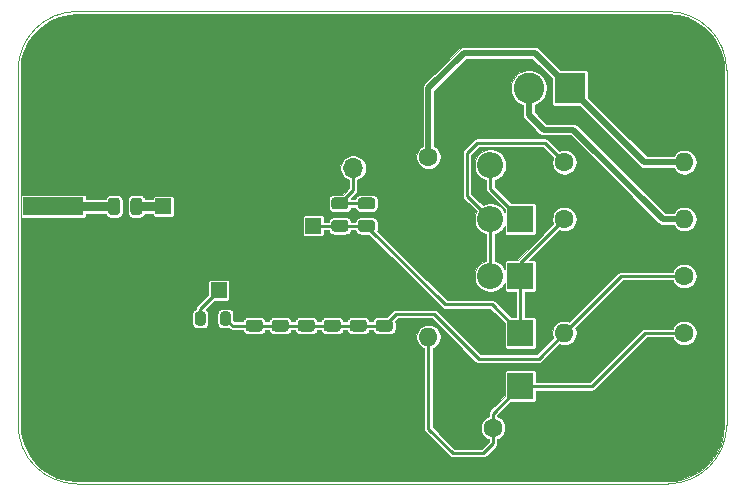
<source format=gbr>
%TF.GenerationSoftware,KiCad,Pcbnew,(5.1.8)-1*%
%TF.CreationDate,2021-02-09T11:56:48+01:00*%
%TF.ProjectId,500-1000-cvco,3530302d-3130-4303-902d-6376636f2e6b,rev?*%
%TF.SameCoordinates,Original*%
%TF.FileFunction,Copper,L1,Top*%
%TF.FilePolarity,Positive*%
%FSLAX46Y46*%
G04 Gerber Fmt 4.6, Leading zero omitted, Abs format (unit mm)*
G04 Created by KiCad (PCBNEW (5.1.8)-1) date 2021-02-09 11:56:48*
%MOMM*%
%LPD*%
G01*
G04 APERTURE LIST*
%TA.AperFunction,Profile*%
%ADD10C,0.050000*%
%TD*%
%TA.AperFunction,SMDPad,CuDef*%
%ADD11R,5.080000X1.500000*%
%TD*%
%TA.AperFunction,ComponentPad*%
%ADD12C,0.800000*%
%TD*%
%TA.AperFunction,ComponentPad*%
%ADD13C,6.400000*%
%TD*%
%TA.AperFunction,ComponentPad*%
%ADD14R,2.200000X2.200000*%
%TD*%
%TA.AperFunction,ComponentPad*%
%ADD15O,2.200000X2.200000*%
%TD*%
%TA.AperFunction,ComponentPad*%
%ADD16O,1.600000X1.600000*%
%TD*%
%TA.AperFunction,ComponentPad*%
%ADD17C,1.600000*%
%TD*%
%TA.AperFunction,SMDPad,CuDef*%
%ADD18R,1.320000X1.320000*%
%TD*%
%TA.AperFunction,ComponentPad*%
%ADD19R,2.600000X2.600000*%
%TD*%
%TA.AperFunction,ComponentPad*%
%ADD20C,2.600000*%
%TD*%
%TA.AperFunction,ComponentPad*%
%ADD21R,1.700000X1.700000*%
%TD*%
%TA.AperFunction,ComponentPad*%
%ADD22O,1.700000X1.700000*%
%TD*%
%TA.AperFunction,Conductor*%
%ADD23C,0.250000*%
%TD*%
%TA.AperFunction,Conductor*%
%ADD24C,0.784566*%
%TD*%
%TA.AperFunction,Conductor*%
%ADD25C,0.525491*%
%TD*%
%TA.AperFunction,Conductor*%
%ADD26C,0.075000*%
%TD*%
%TA.AperFunction,Conductor*%
%ADD27C,0.100000*%
%TD*%
G04 APERTURE END LIST*
D10*
X105000000Y-90000000D02*
G75*
G02*
X100000000Y-85000000I0J5000000D01*
G01*
X160000000Y-85000000D02*
G75*
G02*
X155000000Y-90000000I-5000000J0D01*
G01*
X155000000Y-50000000D02*
G75*
G02*
X160000000Y-55000000I0J-5000000D01*
G01*
X100000000Y-55000000D02*
G75*
G02*
X105000000Y-50000000I5000000J0D01*
G01*
X100000000Y-85000000D02*
X100000000Y-55000000D01*
X155000000Y-90000000D02*
X105000000Y-90000000D01*
X160000000Y-55000000D02*
X160000000Y-85000000D01*
X105000000Y-50000000D02*
X155000000Y-50000000D01*
D11*
%TO.P,J2,1*%
%TO.N,Net-(C8-Pad1)*%
X103000000Y-66500000D03*
%TO.P,J2,2*%
%TO.N,GND*%
X103000000Y-70750000D03*
X103000000Y-62250000D03*
%TD*%
D12*
%TO.P,H1,1*%
%TO.N,GND*%
X107697056Y-54302944D03*
X106000000Y-53600000D03*
X104302944Y-54302944D03*
X103600000Y-56000000D03*
X104302944Y-57697056D03*
X106000000Y-58400000D03*
X107697056Y-57697056D03*
X108400000Y-56000000D03*
D13*
X106000000Y-56000000D03*
%TD*%
%TO.P,H2,1*%
%TO.N,GND*%
X154010000Y-56000000D03*
D12*
X156410000Y-56000000D03*
X155707056Y-57697056D03*
X154010000Y-58400000D03*
X152312944Y-57697056D03*
X151610000Y-56000000D03*
X152312944Y-54302944D03*
X154010000Y-53600000D03*
X155707056Y-54302944D03*
%TD*%
%TO.P,H3,1*%
%TO.N,GND*%
X107697056Y-82302944D03*
X106000000Y-81600000D03*
X104302944Y-82302944D03*
X103600000Y-84000000D03*
X104302944Y-85697056D03*
X106000000Y-86400000D03*
X107697056Y-85697056D03*
X108400000Y-84000000D03*
D13*
X106000000Y-84000000D03*
%TD*%
%TO.P,H4,1*%
%TO.N,GND*%
X154010000Y-84000000D03*
D12*
X156410000Y-84000000D03*
X155707056Y-85697056D03*
X154010000Y-86400000D03*
X152312944Y-85697056D03*
X151610000Y-84000000D03*
X152312944Y-82302944D03*
X154010000Y-81600000D03*
X155707056Y-82302944D03*
%TD*%
%TO.P,C2,1*%
%TO.N,Net-(C2-Pad1)*%
%TA.AperFunction,SMDPad,CuDef*%
G36*
G01*
X130525000Y-76100000D02*
X131475000Y-76100000D01*
G75*
G02*
X131725000Y-76350000I0J-250000D01*
G01*
X131725000Y-76850000D01*
G75*
G02*
X131475000Y-77100000I-250000J0D01*
G01*
X130525000Y-77100000D01*
G75*
G02*
X130275000Y-76850000I0J250000D01*
G01*
X130275000Y-76350000D01*
G75*
G02*
X130525000Y-76100000I250000J0D01*
G01*
G37*
%TD.AperFunction*%
%TO.P,C2,2*%
%TO.N,GND*%
%TA.AperFunction,SMDPad,CuDef*%
G36*
G01*
X130525000Y-78000000D02*
X131475000Y-78000000D01*
G75*
G02*
X131725000Y-78250000I0J-250000D01*
G01*
X131725000Y-78750000D01*
G75*
G02*
X131475000Y-79000000I-250000J0D01*
G01*
X130525000Y-79000000D01*
G75*
G02*
X130275000Y-78750000I0J250000D01*
G01*
X130275000Y-78250000D01*
G75*
G02*
X130525000Y-78000000I250000J0D01*
G01*
G37*
%TD.AperFunction*%
%TD*%
%TO.P,C3,1*%
%TO.N,Net-(C2-Pad1)*%
%TA.AperFunction,SMDPad,CuDef*%
G36*
G01*
X128325000Y-76100000D02*
X129275000Y-76100000D01*
G75*
G02*
X129525000Y-76350000I0J-250000D01*
G01*
X129525000Y-76850000D01*
G75*
G02*
X129275000Y-77100000I-250000J0D01*
G01*
X128325000Y-77100000D01*
G75*
G02*
X128075000Y-76850000I0J250000D01*
G01*
X128075000Y-76350000D01*
G75*
G02*
X128325000Y-76100000I250000J0D01*
G01*
G37*
%TD.AperFunction*%
%TO.P,C3,2*%
%TO.N,GND*%
%TA.AperFunction,SMDPad,CuDef*%
G36*
G01*
X128325000Y-78000000D02*
X129275000Y-78000000D01*
G75*
G02*
X129525000Y-78250000I0J-250000D01*
G01*
X129525000Y-78750000D01*
G75*
G02*
X129275000Y-79000000I-250000J0D01*
G01*
X128325000Y-79000000D01*
G75*
G02*
X128075000Y-78750000I0J250000D01*
G01*
X128075000Y-78250000D01*
G75*
G02*
X128325000Y-78000000I250000J0D01*
G01*
G37*
%TD.AperFunction*%
%TD*%
%TO.P,C4,2*%
%TO.N,GND*%
%TA.AperFunction,SMDPad,CuDef*%
G36*
G01*
X126125000Y-78000000D02*
X127075000Y-78000000D01*
G75*
G02*
X127325000Y-78250000I0J-250000D01*
G01*
X127325000Y-78750000D01*
G75*
G02*
X127075000Y-79000000I-250000J0D01*
G01*
X126125000Y-79000000D01*
G75*
G02*
X125875000Y-78750000I0J250000D01*
G01*
X125875000Y-78250000D01*
G75*
G02*
X126125000Y-78000000I250000J0D01*
G01*
G37*
%TD.AperFunction*%
%TO.P,C4,1*%
%TO.N,Net-(C2-Pad1)*%
%TA.AperFunction,SMDPad,CuDef*%
G36*
G01*
X126125000Y-76100000D02*
X127075000Y-76100000D01*
G75*
G02*
X127325000Y-76350000I0J-250000D01*
G01*
X127325000Y-76850000D01*
G75*
G02*
X127075000Y-77100000I-250000J0D01*
G01*
X126125000Y-77100000D01*
G75*
G02*
X125875000Y-76850000I0J250000D01*
G01*
X125875000Y-76350000D01*
G75*
G02*
X126125000Y-76100000I250000J0D01*
G01*
G37*
%TD.AperFunction*%
%TD*%
%TO.P,C5,1*%
%TO.N,Net-(C2-Pad1)*%
%TA.AperFunction,SMDPad,CuDef*%
G36*
G01*
X123925000Y-76100000D02*
X124875000Y-76100000D01*
G75*
G02*
X125125000Y-76350000I0J-250000D01*
G01*
X125125000Y-76850000D01*
G75*
G02*
X124875000Y-77100000I-250000J0D01*
G01*
X123925000Y-77100000D01*
G75*
G02*
X123675000Y-76850000I0J250000D01*
G01*
X123675000Y-76350000D01*
G75*
G02*
X123925000Y-76100000I250000J0D01*
G01*
G37*
%TD.AperFunction*%
%TO.P,C5,2*%
%TO.N,GND*%
%TA.AperFunction,SMDPad,CuDef*%
G36*
G01*
X123925000Y-78000000D02*
X124875000Y-78000000D01*
G75*
G02*
X125125000Y-78250000I0J-250000D01*
G01*
X125125000Y-78750000D01*
G75*
G02*
X124875000Y-79000000I-250000J0D01*
G01*
X123925000Y-79000000D01*
G75*
G02*
X123675000Y-78750000I0J250000D01*
G01*
X123675000Y-78250000D01*
G75*
G02*
X123925000Y-78000000I250000J0D01*
G01*
G37*
%TD.AperFunction*%
%TD*%
%TO.P,C6,2*%
%TO.N,GND*%
%TA.AperFunction,SMDPad,CuDef*%
G36*
G01*
X121725000Y-78000000D02*
X122675000Y-78000000D01*
G75*
G02*
X122925000Y-78250000I0J-250000D01*
G01*
X122925000Y-78750000D01*
G75*
G02*
X122675000Y-79000000I-250000J0D01*
G01*
X121725000Y-79000000D01*
G75*
G02*
X121475000Y-78750000I0J250000D01*
G01*
X121475000Y-78250000D01*
G75*
G02*
X121725000Y-78000000I250000J0D01*
G01*
G37*
%TD.AperFunction*%
%TO.P,C6,1*%
%TO.N,Net-(C2-Pad1)*%
%TA.AperFunction,SMDPad,CuDef*%
G36*
G01*
X121725000Y-76100000D02*
X122675000Y-76100000D01*
G75*
G02*
X122925000Y-76350000I0J-250000D01*
G01*
X122925000Y-76850000D01*
G75*
G02*
X122675000Y-77100000I-250000J0D01*
G01*
X121725000Y-77100000D01*
G75*
G02*
X121475000Y-76850000I0J250000D01*
G01*
X121475000Y-76350000D01*
G75*
G02*
X121725000Y-76100000I250000J0D01*
G01*
G37*
%TD.AperFunction*%
%TD*%
%TO.P,C7,1*%
%TO.N,Net-(C2-Pad1)*%
%TA.AperFunction,SMDPad,CuDef*%
G36*
G01*
X119525000Y-76100000D02*
X120475000Y-76100000D01*
G75*
G02*
X120725000Y-76350000I0J-250000D01*
G01*
X120725000Y-76850000D01*
G75*
G02*
X120475000Y-77100000I-250000J0D01*
G01*
X119525000Y-77100000D01*
G75*
G02*
X119275000Y-76850000I0J250000D01*
G01*
X119275000Y-76350000D01*
G75*
G02*
X119525000Y-76100000I250000J0D01*
G01*
G37*
%TD.AperFunction*%
%TO.P,C7,2*%
%TO.N,GND*%
%TA.AperFunction,SMDPad,CuDef*%
G36*
G01*
X119525000Y-78000000D02*
X120475000Y-78000000D01*
G75*
G02*
X120725000Y-78250000I0J-250000D01*
G01*
X120725000Y-78750000D01*
G75*
G02*
X120475000Y-79000000I-250000J0D01*
G01*
X119525000Y-79000000D01*
G75*
G02*
X119275000Y-78750000I0J250000D01*
G01*
X119275000Y-78250000D01*
G75*
G02*
X119525000Y-78000000I250000J0D01*
G01*
G37*
%TD.AperFunction*%
%TD*%
%TO.P,C8,2*%
%TO.N,Net-(C8-Pad2)*%
%TA.AperFunction,SMDPad,CuDef*%
G36*
G01*
X109517500Y-66975000D02*
X109517500Y-66025000D01*
G75*
G02*
X109767500Y-65775000I250000J0D01*
G01*
X110267500Y-65775000D01*
G75*
G02*
X110517500Y-66025000I0J-250000D01*
G01*
X110517500Y-66975000D01*
G75*
G02*
X110267500Y-67225000I-250000J0D01*
G01*
X109767500Y-67225000D01*
G75*
G02*
X109517500Y-66975000I0J250000D01*
G01*
G37*
%TD.AperFunction*%
%TO.P,C8,1*%
%TO.N,Net-(C8-Pad1)*%
%TA.AperFunction,SMDPad,CuDef*%
G36*
G01*
X107617500Y-66975000D02*
X107617500Y-66025000D01*
G75*
G02*
X107867500Y-65775000I250000J0D01*
G01*
X108367500Y-65775000D01*
G75*
G02*
X108617500Y-66025000I0J-250000D01*
G01*
X108617500Y-66975000D01*
G75*
G02*
X108367500Y-67225000I-250000J0D01*
G01*
X107867500Y-67225000D01*
G75*
G02*
X107617500Y-66975000I0J250000D01*
G01*
G37*
%TD.AperFunction*%
%TD*%
%TO.P,C9,2*%
%TO.N,Net-(C10-Pad2)*%
%TA.AperFunction,SMDPad,CuDef*%
G36*
G01*
X129975000Y-66751000D02*
X129025000Y-66751000D01*
G75*
G02*
X128775000Y-66501000I0J250000D01*
G01*
X128775000Y-66001000D01*
G75*
G02*
X129025000Y-65751000I250000J0D01*
G01*
X129975000Y-65751000D01*
G75*
G02*
X130225000Y-66001000I0J-250000D01*
G01*
X130225000Y-66501000D01*
G75*
G02*
X129975000Y-66751000I-250000J0D01*
G01*
G37*
%TD.AperFunction*%
%TO.P,C9,1*%
%TO.N,Net-(C10-Pad1)*%
%TA.AperFunction,SMDPad,CuDef*%
G36*
G01*
X129975000Y-68651000D02*
X129025000Y-68651000D01*
G75*
G02*
X128775000Y-68401000I0J250000D01*
G01*
X128775000Y-67901000D01*
G75*
G02*
X129025000Y-67651000I250000J0D01*
G01*
X129975000Y-67651000D01*
G75*
G02*
X130225000Y-67901000I0J-250000D01*
G01*
X130225000Y-68401000D01*
G75*
G02*
X129975000Y-68651000I-250000J0D01*
G01*
G37*
%TD.AperFunction*%
%TD*%
%TO.P,C10,1*%
%TO.N,Net-(C10-Pad1)*%
%TA.AperFunction,SMDPad,CuDef*%
G36*
G01*
X127725000Y-68651000D02*
X126775000Y-68651000D01*
G75*
G02*
X126525000Y-68401000I0J250000D01*
G01*
X126525000Y-67901000D01*
G75*
G02*
X126775000Y-67651000I250000J0D01*
G01*
X127725000Y-67651000D01*
G75*
G02*
X127975000Y-67901000I0J-250000D01*
G01*
X127975000Y-68401000D01*
G75*
G02*
X127725000Y-68651000I-250000J0D01*
G01*
G37*
%TD.AperFunction*%
%TO.P,C10,2*%
%TO.N,Net-(C10-Pad2)*%
%TA.AperFunction,SMDPad,CuDef*%
G36*
G01*
X127725000Y-66751000D02*
X126775000Y-66751000D01*
G75*
G02*
X126525000Y-66501000I0J250000D01*
G01*
X126525000Y-66001000D01*
G75*
G02*
X126775000Y-65751000I250000J0D01*
G01*
X127725000Y-65751000D01*
G75*
G02*
X127975000Y-66001000I0J-250000D01*
G01*
X127975000Y-66501000D01*
G75*
G02*
X127725000Y-66751000I-250000J0D01*
G01*
G37*
%TD.AperFunction*%
%TD*%
D14*
%TO.P,D1,1*%
%TO.N,Net-(C1-Pad1)*%
X142540000Y-81733532D03*
D15*
%TO.P,D1,2*%
%TO.N,GND*%
X140000000Y-81733532D03*
%TD*%
%TO.P,D2,2*%
%TO.N,Net-(D2-Pad2)*%
X140000000Y-72410000D03*
D14*
%TO.P,D2,1*%
%TO.N,Net-(C10-Pad1)*%
X142540000Y-72410000D03*
%TD*%
%TO.P,D3,1*%
%TO.N,Net-(D3-Pad1)*%
X142540000Y-67590000D03*
D15*
%TO.P,D3,2*%
%TO.N,Net-(D2-Pad2)*%
X140000000Y-67590000D03*
%TD*%
%TO.P,D4,2*%
%TO.N,Net-(D3-Pad1)*%
X140000000Y-63016468D03*
D14*
%TO.P,D4,1*%
%TO.N,GND*%
X142540000Y-63016468D03*
%TD*%
%TO.P,D5,1*%
%TO.N,Net-(C10-Pad1)*%
X142540000Y-77230000D03*
D15*
%TO.P,D5,2*%
%TO.N,GND*%
X140000000Y-77230000D03*
%TD*%
%TO.P,L1,1*%
%TO.N,Net-(C2-Pad1)*%
%TA.AperFunction,SMDPad,CuDef*%
G36*
G01*
X118000000Y-75618750D02*
X118000000Y-76381250D01*
G75*
G02*
X117781250Y-76600000I-218750J0D01*
G01*
X117343750Y-76600000D01*
G75*
G02*
X117125000Y-76381250I0J218750D01*
G01*
X117125000Y-75618750D01*
G75*
G02*
X117343750Y-75400000I218750J0D01*
G01*
X117781250Y-75400000D01*
G75*
G02*
X118000000Y-75618750I0J-218750D01*
G01*
G37*
%TD.AperFunction*%
%TO.P,L1,2*%
%TO.N,Net-(L1-Pad2)*%
%TA.AperFunction,SMDPad,CuDef*%
G36*
G01*
X115875000Y-75618750D02*
X115875000Y-76381250D01*
G75*
G02*
X115656250Y-76600000I-218750J0D01*
G01*
X115218750Y-76600000D01*
G75*
G02*
X115000000Y-76381250I0J218750D01*
G01*
X115000000Y-75618750D01*
G75*
G02*
X115218750Y-75400000I218750J0D01*
G01*
X115656250Y-75400000D01*
G75*
G02*
X115875000Y-75618750I0J-218750D01*
G01*
G37*
%TD.AperFunction*%
%TD*%
D16*
%TO.P,R2,2*%
%TO.N,Net-(C2-Pad1)*%
X146250000Y-77230000D03*
D17*
%TO.P,R2,1*%
%TO.N,Net-(C1-Pad1)*%
X156410000Y-77230000D03*
%TD*%
%TO.P,R3,1*%
%TO.N,Net-(C2-Pad1)*%
X156410000Y-72410000D03*
D16*
%TO.P,R3,2*%
%TO.N,GND*%
X146250000Y-72410000D03*
%TD*%
%TO.P,R4,2*%
%TO.N,+24V*%
X156410000Y-62770000D03*
D17*
%TO.P,R4,1*%
%TO.N,Net-(D2-Pad2)*%
X146250000Y-62770000D03*
%TD*%
%TO.P,R5,1*%
%TO.N,Net-(C10-Pad1)*%
X146250000Y-67590000D03*
D16*
%TO.P,R5,2*%
%TO.N,TUNE*%
X156410000Y-67590000D03*
%TD*%
D18*
%TO.P,Y1,9*%
%TO.N,GND*%
X112300000Y-63960000D03*
%TO.P,Y1,10*%
%TO.N,Net-(C8-Pad2)*%
X112300000Y-66500000D03*
%TO.P,Y1,11*%
%TO.N,GND*%
X112300000Y-69040000D03*
%TO.P,Y1,12*%
X112300000Y-71580000D03*
%TO.P,Y1,1*%
X125000000Y-70691000D03*
%TO.P,Y1,2*%
%TO.N,Net-(C10-Pad1)*%
X125000000Y-68151000D03*
%TO.P,Y1,3*%
%TO.N,GND*%
X125000000Y-65611000D03*
%TO.P,Y1,4*%
X125000000Y-63071000D03*
%TO.P,Y1,13*%
X114459000Y-73612000D03*
%TO.P,Y1,14*%
%TO.N,Net-(L1-Pad2)*%
X116999000Y-73612000D03*
%TO.P,Y1,15*%
%TO.N,GND*%
X119539000Y-73612000D03*
%TO.P,Y1,16*%
X122079000Y-73612000D03*
%TO.P,Y1,8*%
X114713000Y-60912000D03*
%TO.P,Y1,7*%
X117253000Y-60912000D03*
%TO.P,Y1,6*%
X119793000Y-60912000D03*
%TO.P,Y1,5*%
X122333000Y-60912000D03*
%TD*%
D19*
%TO.P,J1,1*%
%TO.N,+24V*%
X146750000Y-56500000D03*
D20*
%TO.P,J1,2*%
%TO.N,TUNE*%
X143250000Y-56500000D03*
%TO.P,J1,3*%
%TO.N,GND*%
X139750000Y-56500000D03*
%TD*%
D17*
%TO.P,C1,1*%
%TO.N,Net-(C1-Pad1)*%
X140218234Y-85250000D03*
%TO.P,C1,2*%
%TO.N,GND*%
X142718234Y-85250000D03*
%TD*%
D21*
%TO.P,JP1,1*%
%TO.N,GND*%
X128375000Y-60710000D03*
D22*
%TO.P,JP1,2*%
%TO.N,Net-(C10-Pad2)*%
X128375000Y-63250000D03*
%TD*%
D17*
%TO.P,R1,1*%
%TO.N,+24V*%
X134750000Y-62320000D03*
D16*
%TO.P,R1,2*%
%TO.N,Net-(C1-Pad1)*%
X134750000Y-77560000D03*
%TD*%
D23*
%TO.N,Net-(C1-Pad1)*%
X140218234Y-84055298D02*
X142540000Y-81733532D01*
X140218234Y-85250000D02*
X140218234Y-84055298D01*
X153081766Y-77230000D02*
X156410000Y-77230000D01*
X148578234Y-81733532D02*
X153081766Y-77230000D01*
X142540000Y-81733532D02*
X148578234Y-81733532D01*
X134750000Y-85350000D02*
X134750000Y-77560000D01*
X136800000Y-87400000D02*
X134750000Y-85350000D01*
X139400000Y-87400000D02*
X136800000Y-87400000D01*
X140218234Y-86581766D02*
X139400000Y-87400000D01*
X140218234Y-85250000D02*
X140218234Y-86581766D01*
%TO.N,Net-(C2-Pad1)*%
X118162500Y-76600000D02*
X117562500Y-76000000D01*
X131000000Y-76600000D02*
X118162500Y-76600000D01*
X151070000Y-72410000D02*
X146250000Y-77230000D01*
X156410000Y-72410000D02*
X151070000Y-72410000D01*
X144080000Y-79400000D02*
X146250000Y-77230000D01*
X135200000Y-75600000D02*
X139000000Y-79400000D01*
X139000000Y-79400000D02*
X144080000Y-79400000D01*
X132000000Y-75600000D02*
X135200000Y-75600000D01*
X131000000Y-76600000D02*
X132000000Y-75600000D01*
D24*
%TO.N,Net-(C8-Pad2)*%
X110017500Y-66500000D02*
X112300000Y-66500000D01*
%TO.N,Net-(C8-Pad1)*%
X108117500Y-66500000D02*
X103000000Y-66500000D01*
D23*
%TO.N,Net-(C10-Pad1)*%
X129500000Y-68151000D02*
X125000000Y-68151000D01*
X142540000Y-71300000D02*
X146250000Y-67590000D01*
X142540000Y-77230000D02*
X142540000Y-71300000D01*
X129500000Y-68151000D02*
X136149000Y-74800000D01*
X136149000Y-74800000D02*
X140110000Y-74800000D01*
X140110000Y-74800000D02*
X142540000Y-77230000D01*
%TO.N,Net-(D2-Pad2)*%
X140000000Y-72410000D02*
X140000000Y-67590000D01*
X138000000Y-62000000D02*
X138000000Y-65590000D01*
X138900000Y-61100000D02*
X138000000Y-62000000D01*
X144580000Y-61100000D02*
X138900000Y-61100000D01*
X138000000Y-65590000D02*
X140000000Y-67590000D01*
X146250000Y-62770000D02*
X144580000Y-61100000D01*
%TO.N,Net-(D3-Pad1)*%
X140000000Y-65050000D02*
X142540000Y-67590000D01*
X140000000Y-63016468D02*
X140000000Y-65050000D01*
D25*
%TO.N,+24V*%
X153020000Y-62770000D02*
X156410000Y-62770000D01*
X146750000Y-56500000D02*
X153020000Y-62770000D01*
X134750000Y-56500000D02*
X134750000Y-62320000D01*
X137750000Y-53500000D02*
X134750000Y-56500000D01*
X143750000Y-53500000D02*
X137750000Y-53500000D01*
X146750000Y-56500000D02*
X143750000Y-53500000D01*
%TO.N,TUNE*%
X154590000Y-67590000D02*
X156410000Y-67590000D01*
X147000000Y-60000000D02*
X154590000Y-67590000D01*
X144500000Y-60000000D02*
X147000000Y-60000000D01*
X143250000Y-58750000D02*
X144500000Y-60000000D01*
X143250000Y-56500000D02*
X143250000Y-58750000D01*
D23*
%TO.N,Net-(L1-Pad2)*%
X115437500Y-75173500D02*
X116999000Y-73612000D01*
X115437500Y-76000000D02*
X115437500Y-75173500D01*
%TO.N,Net-(C10-Pad2)*%
X129500000Y-66251000D02*
X127250000Y-66251000D01*
X128375000Y-65126000D02*
X127250000Y-66251000D01*
X128375000Y-63250000D02*
X128375000Y-65126000D01*
%TD*%
D26*
%TO.N,GND*%
X155847648Y-50288995D02*
X156668493Y-50513553D01*
X157436602Y-50879923D01*
X158127699Y-51376526D01*
X158719930Y-51987661D01*
X159194579Y-52694015D01*
X159536640Y-53473248D01*
X159735699Y-54302391D01*
X159787500Y-55007787D01*
X159787501Y-84990522D01*
X159711005Y-85847643D01*
X159486446Y-86668495D01*
X159120076Y-87436605D01*
X158623472Y-88127702D01*
X158012339Y-88719930D01*
X157305985Y-89194579D01*
X156526752Y-89536640D01*
X155697610Y-89735699D01*
X154992213Y-89787500D01*
X105009467Y-89787500D01*
X104152357Y-89711005D01*
X103331505Y-89486446D01*
X102563395Y-89120076D01*
X101872298Y-88623472D01*
X101280070Y-88012339D01*
X100805421Y-87305985D01*
X100463360Y-86526752D01*
X100264301Y-85697610D01*
X100212500Y-84992213D01*
X100212500Y-77457815D01*
X133712500Y-77457815D01*
X133712500Y-77662185D01*
X133752371Y-77862628D01*
X133830579Y-78051441D01*
X133944121Y-78221368D01*
X134088632Y-78365879D01*
X134258559Y-78479421D01*
X134387501Y-78532830D01*
X134387500Y-85332204D01*
X134385747Y-85350000D01*
X134387500Y-85367796D01*
X134387500Y-85367797D01*
X134392746Y-85421061D01*
X134402243Y-85452368D01*
X134413474Y-85489393D01*
X134447135Y-85552368D01*
X134471891Y-85582533D01*
X134492434Y-85607565D01*
X134506259Y-85618911D01*
X136531085Y-87643737D01*
X136542434Y-87657566D01*
X136556623Y-87669210D01*
X136597631Y-87702865D01*
X136632652Y-87721584D01*
X136660606Y-87736526D01*
X136728938Y-87757254D01*
X136782202Y-87762500D01*
X136782204Y-87762500D01*
X136800000Y-87764253D01*
X136817796Y-87762500D01*
X139382204Y-87762500D01*
X139400000Y-87764253D01*
X139417796Y-87762500D01*
X139417798Y-87762500D01*
X139471062Y-87757254D01*
X139539394Y-87736526D01*
X139602368Y-87702865D01*
X139657566Y-87657566D01*
X139668915Y-87643737D01*
X140461971Y-86850681D01*
X140475800Y-86839332D01*
X140502780Y-86806456D01*
X140521099Y-86784135D01*
X140554760Y-86721160D01*
X140575488Y-86652828D01*
X140580734Y-86599564D01*
X140580734Y-86599562D01*
X140582487Y-86581766D01*
X140580734Y-86563970D01*
X140580734Y-86222829D01*
X140709675Y-86169421D01*
X140879602Y-86055879D01*
X141024113Y-85911368D01*
X141137655Y-85741441D01*
X141215863Y-85552628D01*
X141255734Y-85352185D01*
X141255734Y-85147815D01*
X141215863Y-84947372D01*
X141137655Y-84758559D01*
X141024113Y-84588632D01*
X140879602Y-84444121D01*
X140709675Y-84330579D01*
X140580734Y-84277171D01*
X140580734Y-84205450D01*
X141714004Y-83072181D01*
X143640000Y-83072181D01*
X143686558Y-83067595D01*
X143731327Y-83054015D01*
X143772586Y-83031961D01*
X143808750Y-83002282D01*
X143838429Y-82966118D01*
X143860483Y-82924859D01*
X143874063Y-82880090D01*
X143878649Y-82833532D01*
X143878649Y-82096032D01*
X148560438Y-82096032D01*
X148578234Y-82097785D01*
X148596030Y-82096032D01*
X148596032Y-82096032D01*
X148649296Y-82090786D01*
X148717628Y-82070058D01*
X148780602Y-82036397D01*
X148835800Y-81991098D01*
X148847149Y-81977269D01*
X153231919Y-77592500D01*
X155437171Y-77592500D01*
X155490579Y-77721441D01*
X155604121Y-77891368D01*
X155748632Y-78035879D01*
X155918559Y-78149421D01*
X156107372Y-78227629D01*
X156307815Y-78267500D01*
X156512185Y-78267500D01*
X156712628Y-78227629D01*
X156901441Y-78149421D01*
X157071368Y-78035879D01*
X157215879Y-77891368D01*
X157329421Y-77721441D01*
X157407629Y-77532628D01*
X157447500Y-77332185D01*
X157447500Y-77127815D01*
X157407629Y-76927372D01*
X157329421Y-76738559D01*
X157215879Y-76568632D01*
X157071368Y-76424121D01*
X156901441Y-76310579D01*
X156712628Y-76232371D01*
X156512185Y-76192500D01*
X156307815Y-76192500D01*
X156107372Y-76232371D01*
X155918559Y-76310579D01*
X155748632Y-76424121D01*
X155604121Y-76568632D01*
X155490579Y-76738559D01*
X155437171Y-76867500D01*
X153099561Y-76867500D01*
X153081765Y-76865747D01*
X153063969Y-76867500D01*
X153063968Y-76867500D01*
X153010704Y-76872746D01*
X152942372Y-76893474D01*
X152879397Y-76927135D01*
X152842698Y-76957253D01*
X152824200Y-76972434D01*
X152812856Y-76986257D01*
X148428082Y-81371032D01*
X143878649Y-81371032D01*
X143878649Y-80633532D01*
X143874063Y-80586974D01*
X143860483Y-80542205D01*
X143838429Y-80500946D01*
X143808750Y-80464782D01*
X143772586Y-80435103D01*
X143731327Y-80413049D01*
X143686558Y-80399469D01*
X143640000Y-80394883D01*
X141440000Y-80394883D01*
X141393442Y-80399469D01*
X141348673Y-80413049D01*
X141307414Y-80435103D01*
X141271250Y-80464782D01*
X141241571Y-80500946D01*
X141219517Y-80542205D01*
X141205937Y-80586974D01*
X141201351Y-80633532D01*
X141201351Y-82559528D01*
X139974492Y-83786388D01*
X139960669Y-83797732D01*
X139949325Y-83811555D01*
X139949323Y-83811557D01*
X139915369Y-83852930D01*
X139881708Y-83915905D01*
X139860981Y-83984236D01*
X139853981Y-84055298D01*
X139855735Y-84073104D01*
X139855735Y-84277170D01*
X139726793Y-84330579D01*
X139556866Y-84444121D01*
X139412355Y-84588632D01*
X139298813Y-84758559D01*
X139220605Y-84947372D01*
X139180734Y-85147815D01*
X139180734Y-85352185D01*
X139220605Y-85552628D01*
X139298813Y-85741441D01*
X139412355Y-85911368D01*
X139556866Y-86055879D01*
X139726793Y-86169421D01*
X139855735Y-86222830D01*
X139855735Y-86431613D01*
X139249848Y-87037500D01*
X136950152Y-87037500D01*
X135112500Y-85199848D01*
X135112500Y-78532829D01*
X135241441Y-78479421D01*
X135411368Y-78365879D01*
X135555879Y-78221368D01*
X135669421Y-78051441D01*
X135747629Y-77862628D01*
X135787500Y-77662185D01*
X135787500Y-77457815D01*
X135747629Y-77257372D01*
X135669421Y-77068559D01*
X135555879Y-76898632D01*
X135411368Y-76754121D01*
X135241441Y-76640579D01*
X135052628Y-76562371D01*
X134852185Y-76522500D01*
X134647815Y-76522500D01*
X134447372Y-76562371D01*
X134258559Y-76640579D01*
X134088632Y-76754121D01*
X133944121Y-76898632D01*
X133830579Y-77068559D01*
X133752371Y-77257372D01*
X133712500Y-77457815D01*
X100212500Y-77457815D01*
X100212500Y-75618750D01*
X114761351Y-75618750D01*
X114761351Y-76381250D01*
X114770140Y-76470484D01*
X114796168Y-76556289D01*
X114838437Y-76635367D01*
X114895320Y-76704680D01*
X114964633Y-76761563D01*
X115043711Y-76803832D01*
X115129516Y-76829860D01*
X115218750Y-76838649D01*
X115656250Y-76838649D01*
X115745484Y-76829860D01*
X115831289Y-76803832D01*
X115910367Y-76761563D01*
X115979680Y-76704680D01*
X116036563Y-76635367D01*
X116078832Y-76556289D01*
X116104860Y-76470484D01*
X116113649Y-76381250D01*
X116113649Y-75618750D01*
X116886351Y-75618750D01*
X116886351Y-76381250D01*
X116895140Y-76470484D01*
X116921168Y-76556289D01*
X116963437Y-76635367D01*
X117020320Y-76704680D01*
X117089633Y-76761563D01*
X117168711Y-76803832D01*
X117254516Y-76829860D01*
X117343750Y-76838649D01*
X117781250Y-76838649D01*
X117870484Y-76829860D01*
X117877560Y-76827713D01*
X117893590Y-76843743D01*
X117904934Y-76857566D01*
X117918757Y-76868910D01*
X117918758Y-76868911D01*
X117960131Y-76902865D01*
X118005537Y-76927135D01*
X118023106Y-76936526D01*
X118091438Y-76957254D01*
X118144702Y-76962500D01*
X118144703Y-76962500D01*
X118162499Y-76964253D01*
X118180295Y-76962500D01*
X119050948Y-76962500D01*
X119073547Y-77036998D01*
X119118703Y-77121479D01*
X119179473Y-77195527D01*
X119253521Y-77256297D01*
X119338002Y-77301453D01*
X119429669Y-77329260D01*
X119525000Y-77338649D01*
X120475000Y-77338649D01*
X120570331Y-77329260D01*
X120661998Y-77301453D01*
X120746479Y-77256297D01*
X120820527Y-77195527D01*
X120881297Y-77121479D01*
X120926453Y-77036998D01*
X120949052Y-76962500D01*
X121250948Y-76962500D01*
X121273547Y-77036998D01*
X121318703Y-77121479D01*
X121379473Y-77195527D01*
X121453521Y-77256297D01*
X121538002Y-77301453D01*
X121629669Y-77329260D01*
X121725000Y-77338649D01*
X122675000Y-77338649D01*
X122770331Y-77329260D01*
X122861998Y-77301453D01*
X122946479Y-77256297D01*
X123020527Y-77195527D01*
X123081297Y-77121479D01*
X123126453Y-77036998D01*
X123149052Y-76962500D01*
X123450948Y-76962500D01*
X123473547Y-77036998D01*
X123518703Y-77121479D01*
X123579473Y-77195527D01*
X123653521Y-77256297D01*
X123738002Y-77301453D01*
X123829669Y-77329260D01*
X123925000Y-77338649D01*
X124875000Y-77338649D01*
X124970331Y-77329260D01*
X125061998Y-77301453D01*
X125146479Y-77256297D01*
X125220527Y-77195527D01*
X125281297Y-77121479D01*
X125326453Y-77036998D01*
X125349052Y-76962500D01*
X125650948Y-76962500D01*
X125673547Y-77036998D01*
X125718703Y-77121479D01*
X125779473Y-77195527D01*
X125853521Y-77256297D01*
X125938002Y-77301453D01*
X126029669Y-77329260D01*
X126125000Y-77338649D01*
X127075000Y-77338649D01*
X127170331Y-77329260D01*
X127261998Y-77301453D01*
X127346479Y-77256297D01*
X127420527Y-77195527D01*
X127481297Y-77121479D01*
X127526453Y-77036998D01*
X127549052Y-76962500D01*
X127850948Y-76962500D01*
X127873547Y-77036998D01*
X127918703Y-77121479D01*
X127979473Y-77195527D01*
X128053521Y-77256297D01*
X128138002Y-77301453D01*
X128229669Y-77329260D01*
X128325000Y-77338649D01*
X129275000Y-77338649D01*
X129370331Y-77329260D01*
X129461998Y-77301453D01*
X129546479Y-77256297D01*
X129620527Y-77195527D01*
X129681297Y-77121479D01*
X129726453Y-77036998D01*
X129749052Y-76962500D01*
X130050948Y-76962500D01*
X130073547Y-77036998D01*
X130118703Y-77121479D01*
X130179473Y-77195527D01*
X130253521Y-77256297D01*
X130338002Y-77301453D01*
X130429669Y-77329260D01*
X130525000Y-77338649D01*
X131475000Y-77338649D01*
X131570331Y-77329260D01*
X131661998Y-77301453D01*
X131746479Y-77256297D01*
X131820527Y-77195527D01*
X131881297Y-77121479D01*
X131926453Y-77036998D01*
X131954260Y-76945331D01*
X131963649Y-76850000D01*
X131963649Y-76350000D01*
X131954260Y-76254669D01*
X131931852Y-76180800D01*
X132150152Y-75962500D01*
X135049848Y-75962500D01*
X138731085Y-79643737D01*
X138742434Y-79657566D01*
X138797632Y-79702865D01*
X138860606Y-79736526D01*
X138928938Y-79757254D01*
X139000000Y-79764253D01*
X139017798Y-79762500D01*
X144062204Y-79762500D01*
X144080000Y-79764253D01*
X144097796Y-79762500D01*
X144097798Y-79762500D01*
X144151062Y-79757254D01*
X144219394Y-79736526D01*
X144282368Y-79702865D01*
X144337566Y-79657566D01*
X144348915Y-79643737D01*
X145818431Y-78174221D01*
X145947372Y-78227629D01*
X146147815Y-78267500D01*
X146352185Y-78267500D01*
X146552628Y-78227629D01*
X146741441Y-78149421D01*
X146911368Y-78035879D01*
X147055879Y-77891368D01*
X147169421Y-77721441D01*
X147247629Y-77532628D01*
X147287500Y-77332185D01*
X147287500Y-77127815D01*
X147247629Y-76927372D01*
X147194221Y-76798431D01*
X151220153Y-72772500D01*
X155437171Y-72772500D01*
X155490579Y-72901441D01*
X155604121Y-73071368D01*
X155748632Y-73215879D01*
X155918559Y-73329421D01*
X156107372Y-73407629D01*
X156307815Y-73447500D01*
X156512185Y-73447500D01*
X156712628Y-73407629D01*
X156901441Y-73329421D01*
X157071368Y-73215879D01*
X157215879Y-73071368D01*
X157329421Y-72901441D01*
X157407629Y-72712628D01*
X157447500Y-72512185D01*
X157447500Y-72307815D01*
X157407629Y-72107372D01*
X157329421Y-71918559D01*
X157215879Y-71748632D01*
X157071368Y-71604121D01*
X156901441Y-71490579D01*
X156712628Y-71412371D01*
X156512185Y-71372500D01*
X156307815Y-71372500D01*
X156107372Y-71412371D01*
X155918559Y-71490579D01*
X155748632Y-71604121D01*
X155604121Y-71748632D01*
X155490579Y-71918559D01*
X155437171Y-72047500D01*
X151087795Y-72047500D01*
X151069999Y-72045747D01*
X151052203Y-72047500D01*
X151052202Y-72047500D01*
X150998938Y-72052746D01*
X150930606Y-72073474D01*
X150867632Y-72107135D01*
X150812434Y-72152434D01*
X150801090Y-72166257D01*
X146681569Y-76285779D01*
X146552628Y-76232371D01*
X146352185Y-76192500D01*
X146147815Y-76192500D01*
X145947372Y-76232371D01*
X145758559Y-76310579D01*
X145588632Y-76424121D01*
X145444121Y-76568632D01*
X145330579Y-76738559D01*
X145252371Y-76927372D01*
X145212500Y-77127815D01*
X145212500Y-77332185D01*
X145252371Y-77532628D01*
X145305779Y-77661569D01*
X143929848Y-79037500D01*
X139150152Y-79037500D01*
X135468915Y-75356263D01*
X135457566Y-75342434D01*
X135402368Y-75297135D01*
X135339394Y-75263474D01*
X135271062Y-75242746D01*
X135217798Y-75237500D01*
X135217796Y-75237500D01*
X135200000Y-75235747D01*
X135182204Y-75237500D01*
X132017796Y-75237500D01*
X132000000Y-75235747D01*
X131982204Y-75237500D01*
X131982202Y-75237500D01*
X131928938Y-75242746D01*
X131860606Y-75263474D01*
X131797632Y-75297135D01*
X131742434Y-75342434D01*
X131731085Y-75356263D01*
X131225997Y-75861351D01*
X130525000Y-75861351D01*
X130429669Y-75870740D01*
X130338002Y-75898547D01*
X130253521Y-75943703D01*
X130179473Y-76004473D01*
X130118703Y-76078521D01*
X130073547Y-76163002D01*
X130050948Y-76237500D01*
X129749052Y-76237500D01*
X129726453Y-76163002D01*
X129681297Y-76078521D01*
X129620527Y-76004473D01*
X129546479Y-75943703D01*
X129461998Y-75898547D01*
X129370331Y-75870740D01*
X129275000Y-75861351D01*
X128325000Y-75861351D01*
X128229669Y-75870740D01*
X128138002Y-75898547D01*
X128053521Y-75943703D01*
X127979473Y-76004473D01*
X127918703Y-76078521D01*
X127873547Y-76163002D01*
X127850948Y-76237500D01*
X127549052Y-76237500D01*
X127526453Y-76163002D01*
X127481297Y-76078521D01*
X127420527Y-76004473D01*
X127346479Y-75943703D01*
X127261998Y-75898547D01*
X127170331Y-75870740D01*
X127075000Y-75861351D01*
X126125000Y-75861351D01*
X126029669Y-75870740D01*
X125938002Y-75898547D01*
X125853521Y-75943703D01*
X125779473Y-76004473D01*
X125718703Y-76078521D01*
X125673547Y-76163002D01*
X125650948Y-76237500D01*
X125349052Y-76237500D01*
X125326453Y-76163002D01*
X125281297Y-76078521D01*
X125220527Y-76004473D01*
X125146479Y-75943703D01*
X125061998Y-75898547D01*
X124970331Y-75870740D01*
X124875000Y-75861351D01*
X123925000Y-75861351D01*
X123829669Y-75870740D01*
X123738002Y-75898547D01*
X123653521Y-75943703D01*
X123579473Y-76004473D01*
X123518703Y-76078521D01*
X123473547Y-76163002D01*
X123450948Y-76237500D01*
X123149052Y-76237500D01*
X123126453Y-76163002D01*
X123081297Y-76078521D01*
X123020527Y-76004473D01*
X122946479Y-75943703D01*
X122861998Y-75898547D01*
X122770331Y-75870740D01*
X122675000Y-75861351D01*
X121725000Y-75861351D01*
X121629669Y-75870740D01*
X121538002Y-75898547D01*
X121453521Y-75943703D01*
X121379473Y-76004473D01*
X121318703Y-76078521D01*
X121273547Y-76163002D01*
X121250948Y-76237500D01*
X120949052Y-76237500D01*
X120926453Y-76163002D01*
X120881297Y-76078521D01*
X120820527Y-76004473D01*
X120746479Y-75943703D01*
X120661998Y-75898547D01*
X120570331Y-75870740D01*
X120475000Y-75861351D01*
X119525000Y-75861351D01*
X119429669Y-75870740D01*
X119338002Y-75898547D01*
X119253521Y-75943703D01*
X119179473Y-76004473D01*
X119118703Y-76078521D01*
X119073547Y-76163002D01*
X119050948Y-76237500D01*
X118312653Y-76237500D01*
X118238649Y-76163496D01*
X118238649Y-75618750D01*
X118229860Y-75529516D01*
X118203832Y-75443711D01*
X118161563Y-75364633D01*
X118104680Y-75295320D01*
X118035367Y-75238437D01*
X117956289Y-75196168D01*
X117870484Y-75170140D01*
X117781250Y-75161351D01*
X117343750Y-75161351D01*
X117254516Y-75170140D01*
X117168711Y-75196168D01*
X117089633Y-75238437D01*
X117020320Y-75295320D01*
X116963437Y-75364633D01*
X116921168Y-75443711D01*
X116895140Y-75529516D01*
X116886351Y-75618750D01*
X116113649Y-75618750D01*
X116104860Y-75529516D01*
X116078832Y-75443711D01*
X116036563Y-75364633D01*
X115979680Y-75295320D01*
X115910367Y-75238437D01*
X115893976Y-75229676D01*
X116613003Y-74510649D01*
X117659000Y-74510649D01*
X117705558Y-74506063D01*
X117750327Y-74492483D01*
X117791586Y-74470429D01*
X117827750Y-74440750D01*
X117857429Y-74404586D01*
X117879483Y-74363327D01*
X117893063Y-74318558D01*
X117897649Y-74272000D01*
X117897649Y-72952000D01*
X117893063Y-72905442D01*
X117879483Y-72860673D01*
X117857429Y-72819414D01*
X117827750Y-72783250D01*
X117791586Y-72753571D01*
X117750327Y-72731517D01*
X117705558Y-72717937D01*
X117659000Y-72713351D01*
X116339000Y-72713351D01*
X116292442Y-72717937D01*
X116247673Y-72731517D01*
X116206414Y-72753571D01*
X116170250Y-72783250D01*
X116140571Y-72819414D01*
X116118517Y-72860673D01*
X116104937Y-72905442D01*
X116100351Y-72952000D01*
X116100351Y-73997997D01*
X115193758Y-74904590D01*
X115179935Y-74915934D01*
X115168591Y-74929757D01*
X115168589Y-74929759D01*
X115134635Y-74971132D01*
X115100974Y-75034107D01*
X115080247Y-75102438D01*
X115073247Y-75173500D01*
X115074558Y-75186811D01*
X115043711Y-75196168D01*
X114964633Y-75238437D01*
X114895320Y-75295320D01*
X114838437Y-75364633D01*
X114796168Y-75443711D01*
X114770140Y-75529516D01*
X114761351Y-75618750D01*
X100212500Y-75618750D01*
X100212500Y-67491000D01*
X124101351Y-67491000D01*
X124101351Y-68811000D01*
X124105937Y-68857558D01*
X124119517Y-68902327D01*
X124141571Y-68943586D01*
X124171250Y-68979750D01*
X124207414Y-69009429D01*
X124248673Y-69031483D01*
X124293442Y-69045063D01*
X124340000Y-69049649D01*
X125660000Y-69049649D01*
X125706558Y-69045063D01*
X125751327Y-69031483D01*
X125792586Y-69009429D01*
X125828750Y-68979750D01*
X125858429Y-68943586D01*
X125880483Y-68902327D01*
X125894063Y-68857558D01*
X125898649Y-68811000D01*
X125898649Y-68513500D01*
X126300948Y-68513500D01*
X126323547Y-68587998D01*
X126368703Y-68672479D01*
X126429473Y-68746527D01*
X126503521Y-68807297D01*
X126588002Y-68852453D01*
X126679669Y-68880260D01*
X126775000Y-68889649D01*
X127725000Y-68889649D01*
X127820331Y-68880260D01*
X127911998Y-68852453D01*
X127996479Y-68807297D01*
X128070527Y-68746527D01*
X128131297Y-68672479D01*
X128176453Y-68587998D01*
X128199052Y-68513500D01*
X128550948Y-68513500D01*
X128573547Y-68587998D01*
X128618703Y-68672479D01*
X128679473Y-68746527D01*
X128753521Y-68807297D01*
X128838002Y-68852453D01*
X128929669Y-68880260D01*
X129025000Y-68889649D01*
X129725997Y-68889649D01*
X135880088Y-75043741D01*
X135891434Y-75057566D01*
X135905257Y-75068910D01*
X135905258Y-75068911D01*
X135946631Y-75102865D01*
X136009606Y-75136526D01*
X136077938Y-75157254D01*
X136131202Y-75162500D01*
X136131204Y-75162500D01*
X136149000Y-75164253D01*
X136166796Y-75162500D01*
X139959848Y-75162500D01*
X141201351Y-76404004D01*
X141201351Y-78330000D01*
X141205937Y-78376558D01*
X141219517Y-78421327D01*
X141241571Y-78462586D01*
X141271250Y-78498750D01*
X141307414Y-78528429D01*
X141348673Y-78550483D01*
X141393442Y-78564063D01*
X141440000Y-78568649D01*
X143640000Y-78568649D01*
X143686558Y-78564063D01*
X143731327Y-78550483D01*
X143772586Y-78528429D01*
X143808750Y-78498750D01*
X143838429Y-78462586D01*
X143860483Y-78421327D01*
X143874063Y-78376558D01*
X143878649Y-78330000D01*
X143878649Y-76130000D01*
X143874063Y-76083442D01*
X143860483Y-76038673D01*
X143838429Y-75997414D01*
X143808750Y-75961250D01*
X143772586Y-75931571D01*
X143731327Y-75909517D01*
X143686558Y-75895937D01*
X143640000Y-75891351D01*
X142902500Y-75891351D01*
X142902500Y-73748649D01*
X143640000Y-73748649D01*
X143686558Y-73744063D01*
X143731327Y-73730483D01*
X143772586Y-73708429D01*
X143808750Y-73678750D01*
X143838429Y-73642586D01*
X143860483Y-73601327D01*
X143874063Y-73556558D01*
X143878649Y-73510000D01*
X143878649Y-71310000D01*
X143874063Y-71263442D01*
X143860483Y-71218673D01*
X143838429Y-71177414D01*
X143808750Y-71141250D01*
X143772586Y-71111571D01*
X143731327Y-71089517D01*
X143686558Y-71075937D01*
X143640000Y-71071351D01*
X143281301Y-71071351D01*
X145818432Y-68534221D01*
X145947372Y-68587629D01*
X146147815Y-68627500D01*
X146352185Y-68627500D01*
X146552628Y-68587629D01*
X146741441Y-68509421D01*
X146911368Y-68395879D01*
X147055879Y-68251368D01*
X147169421Y-68081441D01*
X147247629Y-67892628D01*
X147287500Y-67692185D01*
X147287500Y-67487815D01*
X147247629Y-67287372D01*
X147169421Y-67098559D01*
X147055879Y-66928632D01*
X146911368Y-66784121D01*
X146741441Y-66670579D01*
X146552628Y-66592371D01*
X146352185Y-66552500D01*
X146147815Y-66552500D01*
X145947372Y-66592371D01*
X145758559Y-66670579D01*
X145588632Y-66784121D01*
X145444121Y-66928632D01*
X145330579Y-67098559D01*
X145252371Y-67287372D01*
X145212500Y-67487815D01*
X145212500Y-67692185D01*
X145252371Y-67892628D01*
X145305779Y-68021568D01*
X142296258Y-71031090D01*
X142282435Y-71042434D01*
X142271091Y-71056257D01*
X142271089Y-71056259D01*
X142258703Y-71071351D01*
X141440000Y-71071351D01*
X141393442Y-71075937D01*
X141348673Y-71089517D01*
X141307414Y-71111571D01*
X141271250Y-71141250D01*
X141241571Y-71177414D01*
X141219517Y-71218673D01*
X141205937Y-71263442D01*
X141201351Y-71310000D01*
X141201351Y-71815262D01*
X141185277Y-71776456D01*
X141038904Y-71557393D01*
X140852607Y-71371096D01*
X140633544Y-71224723D01*
X140390134Y-71123899D01*
X140362500Y-71118402D01*
X140362500Y-68881598D01*
X140390134Y-68876101D01*
X140633544Y-68775277D01*
X140852607Y-68628904D01*
X141038904Y-68442607D01*
X141185277Y-68223544D01*
X141201351Y-68184738D01*
X141201351Y-68690000D01*
X141205937Y-68736558D01*
X141219517Y-68781327D01*
X141241571Y-68822586D01*
X141271250Y-68858750D01*
X141307414Y-68888429D01*
X141348673Y-68910483D01*
X141393442Y-68924063D01*
X141440000Y-68928649D01*
X143640000Y-68928649D01*
X143686558Y-68924063D01*
X143731327Y-68910483D01*
X143772586Y-68888429D01*
X143808750Y-68858750D01*
X143838429Y-68822586D01*
X143860483Y-68781327D01*
X143874063Y-68736558D01*
X143878649Y-68690000D01*
X143878649Y-66490000D01*
X143874063Y-66443442D01*
X143860483Y-66398673D01*
X143838429Y-66357414D01*
X143808750Y-66321250D01*
X143772586Y-66291571D01*
X143731327Y-66269517D01*
X143686558Y-66255937D01*
X143640000Y-66251351D01*
X141714003Y-66251351D01*
X140362500Y-64899848D01*
X140362500Y-64308066D01*
X140390134Y-64302569D01*
X140633544Y-64201745D01*
X140852607Y-64055372D01*
X141038904Y-63869075D01*
X141185277Y-63650012D01*
X141286101Y-63406602D01*
X141337500Y-63148200D01*
X141337500Y-62884736D01*
X141286101Y-62626334D01*
X141185277Y-62382924D01*
X141038904Y-62163861D01*
X140852607Y-61977564D01*
X140633544Y-61831191D01*
X140390134Y-61730367D01*
X140131732Y-61678968D01*
X139868268Y-61678968D01*
X139609866Y-61730367D01*
X139366456Y-61831191D01*
X139147393Y-61977564D01*
X138961096Y-62163861D01*
X138814723Y-62382924D01*
X138713899Y-62626334D01*
X138662500Y-62884736D01*
X138662500Y-63148200D01*
X138713899Y-63406602D01*
X138814723Y-63650012D01*
X138961096Y-63869075D01*
X139147393Y-64055372D01*
X139366456Y-64201745D01*
X139609866Y-64302569D01*
X139637501Y-64308066D01*
X139637501Y-65032194D01*
X139635747Y-65050000D01*
X139642747Y-65121062D01*
X139663474Y-65189393D01*
X139697135Y-65252368D01*
X139725668Y-65287135D01*
X139742435Y-65307566D01*
X139756258Y-65318910D01*
X141201351Y-66764003D01*
X141201351Y-66995262D01*
X141185277Y-66956456D01*
X141038904Y-66737393D01*
X140852607Y-66551096D01*
X140633544Y-66404723D01*
X140390134Y-66303899D01*
X140131732Y-66252500D01*
X139868268Y-66252500D01*
X139609866Y-66303899D01*
X139366456Y-66404723D01*
X139343029Y-66420376D01*
X138362500Y-65439848D01*
X138362500Y-62150152D01*
X139050153Y-61462500D01*
X144429848Y-61462500D01*
X145305779Y-62338431D01*
X145252371Y-62467372D01*
X145212500Y-62667815D01*
X145212500Y-62872185D01*
X145252371Y-63072628D01*
X145330579Y-63261441D01*
X145444121Y-63431368D01*
X145588632Y-63575879D01*
X145758559Y-63689421D01*
X145947372Y-63767629D01*
X146147815Y-63807500D01*
X146352185Y-63807500D01*
X146552628Y-63767629D01*
X146741441Y-63689421D01*
X146911368Y-63575879D01*
X147055879Y-63431368D01*
X147169421Y-63261441D01*
X147247629Y-63072628D01*
X147287500Y-62872185D01*
X147287500Y-62667815D01*
X147247629Y-62467372D01*
X147169421Y-62278559D01*
X147055879Y-62108632D01*
X146911368Y-61964121D01*
X146741441Y-61850579D01*
X146552628Y-61772371D01*
X146352185Y-61732500D01*
X146147815Y-61732500D01*
X145947372Y-61772371D01*
X145818431Y-61825779D01*
X144848915Y-60856263D01*
X144837566Y-60842434D01*
X144782368Y-60797135D01*
X144719394Y-60763474D01*
X144651062Y-60742746D01*
X144597798Y-60737500D01*
X144597796Y-60737500D01*
X144580000Y-60735747D01*
X144562204Y-60737500D01*
X138917795Y-60737500D01*
X138899999Y-60735747D01*
X138882203Y-60737500D01*
X138882202Y-60737500D01*
X138828938Y-60742746D01*
X138760606Y-60763474D01*
X138697631Y-60797135D01*
X138656258Y-60831089D01*
X138642434Y-60842434D01*
X138631090Y-60856257D01*
X137756258Y-61731090D01*
X137742434Y-61742435D01*
X137731090Y-61756258D01*
X137731089Y-61756259D01*
X137697135Y-61797632D01*
X137668834Y-61850579D01*
X137663474Y-61860607D01*
X137642746Y-61928939D01*
X137639281Y-61964121D01*
X137635747Y-62000000D01*
X137637500Y-62017796D01*
X137637501Y-65572194D01*
X137635747Y-65590000D01*
X137642747Y-65661062D01*
X137663474Y-65729393D01*
X137697135Y-65792368D01*
X137714890Y-65814002D01*
X137742435Y-65847566D01*
X137756258Y-65858910D01*
X138830376Y-66933029D01*
X138814723Y-66956456D01*
X138713899Y-67199866D01*
X138662500Y-67458268D01*
X138662500Y-67721732D01*
X138713899Y-67980134D01*
X138814723Y-68223544D01*
X138961096Y-68442607D01*
X139147393Y-68628904D01*
X139366456Y-68775277D01*
X139609866Y-68876101D01*
X139637501Y-68881598D01*
X139637500Y-71118402D01*
X139609866Y-71123899D01*
X139366456Y-71224723D01*
X139147393Y-71371096D01*
X138961096Y-71557393D01*
X138814723Y-71776456D01*
X138713899Y-72019866D01*
X138662500Y-72278268D01*
X138662500Y-72541732D01*
X138713899Y-72800134D01*
X138814723Y-73043544D01*
X138961096Y-73262607D01*
X139147393Y-73448904D01*
X139366456Y-73595277D01*
X139609866Y-73696101D01*
X139868268Y-73747500D01*
X140131732Y-73747500D01*
X140390134Y-73696101D01*
X140633544Y-73595277D01*
X140852607Y-73448904D01*
X141038904Y-73262607D01*
X141185277Y-73043544D01*
X141201351Y-73004738D01*
X141201351Y-73510000D01*
X141205937Y-73556558D01*
X141219517Y-73601327D01*
X141241571Y-73642586D01*
X141271250Y-73678750D01*
X141307414Y-73708429D01*
X141348673Y-73730483D01*
X141393442Y-73744063D01*
X141440000Y-73748649D01*
X142177501Y-73748649D01*
X142177500Y-75891351D01*
X141714004Y-75891351D01*
X140378915Y-74556263D01*
X140367566Y-74542434D01*
X140312368Y-74497135D01*
X140249394Y-74463474D01*
X140181062Y-74442746D01*
X140127798Y-74437500D01*
X140127796Y-74437500D01*
X140110000Y-74435747D01*
X140092204Y-74437500D01*
X136299153Y-74437500D01*
X130431852Y-68570200D01*
X130454260Y-68496331D01*
X130463649Y-68401000D01*
X130463649Y-67901000D01*
X130454260Y-67805669D01*
X130426453Y-67714002D01*
X130381297Y-67629521D01*
X130320527Y-67555473D01*
X130246479Y-67494703D01*
X130161998Y-67449547D01*
X130070331Y-67421740D01*
X129975000Y-67412351D01*
X129025000Y-67412351D01*
X128929669Y-67421740D01*
X128838002Y-67449547D01*
X128753521Y-67494703D01*
X128679473Y-67555473D01*
X128618703Y-67629521D01*
X128573547Y-67714002D01*
X128550948Y-67788500D01*
X128199052Y-67788500D01*
X128176453Y-67714002D01*
X128131297Y-67629521D01*
X128070527Y-67555473D01*
X127996479Y-67494703D01*
X127911998Y-67449547D01*
X127820331Y-67421740D01*
X127725000Y-67412351D01*
X126775000Y-67412351D01*
X126679669Y-67421740D01*
X126588002Y-67449547D01*
X126503521Y-67494703D01*
X126429473Y-67555473D01*
X126368703Y-67629521D01*
X126323547Y-67714002D01*
X126300948Y-67788500D01*
X125898649Y-67788500D01*
X125898649Y-67491000D01*
X125894063Y-67444442D01*
X125880483Y-67399673D01*
X125858429Y-67358414D01*
X125828750Y-67322250D01*
X125792586Y-67292571D01*
X125751327Y-67270517D01*
X125706558Y-67256937D01*
X125660000Y-67252351D01*
X124340000Y-67252351D01*
X124293442Y-67256937D01*
X124248673Y-67270517D01*
X124207414Y-67292571D01*
X124171250Y-67322250D01*
X124141571Y-67358414D01*
X124119517Y-67399673D01*
X124105937Y-67444442D01*
X124101351Y-67491000D01*
X100212500Y-67491000D01*
X100212500Y-65750000D01*
X100221351Y-65750000D01*
X100221351Y-67250000D01*
X100225937Y-67296558D01*
X100239517Y-67341327D01*
X100261571Y-67382586D01*
X100291250Y-67418750D01*
X100327414Y-67448429D01*
X100368673Y-67470483D01*
X100413442Y-67484063D01*
X100460000Y-67488649D01*
X105540000Y-67488649D01*
X105586558Y-67484063D01*
X105631327Y-67470483D01*
X105672586Y-67448429D01*
X105708750Y-67418750D01*
X105738429Y-67382586D01*
X105760483Y-67341327D01*
X105774063Y-67296558D01*
X105778649Y-67250000D01*
X105778649Y-67129783D01*
X107406275Y-67129783D01*
X107416047Y-67161998D01*
X107461203Y-67246479D01*
X107521973Y-67320527D01*
X107596021Y-67381297D01*
X107680502Y-67426453D01*
X107772169Y-67454260D01*
X107867500Y-67463649D01*
X108367500Y-67463649D01*
X108462831Y-67454260D01*
X108554498Y-67426453D01*
X108638979Y-67381297D01*
X108713027Y-67320527D01*
X108773797Y-67246479D01*
X108818953Y-67161998D01*
X108846760Y-67070331D01*
X108856149Y-66975000D01*
X108856149Y-66025000D01*
X109278851Y-66025000D01*
X109278851Y-66975000D01*
X109288240Y-67070331D01*
X109316047Y-67161998D01*
X109361203Y-67246479D01*
X109421973Y-67320527D01*
X109496021Y-67381297D01*
X109580502Y-67426453D01*
X109672169Y-67454260D01*
X109767500Y-67463649D01*
X110267500Y-67463649D01*
X110362831Y-67454260D01*
X110454498Y-67426453D01*
X110538979Y-67381297D01*
X110613027Y-67320527D01*
X110673797Y-67246479D01*
X110718953Y-67161998D01*
X110728725Y-67129783D01*
X111401351Y-67129783D01*
X111401351Y-67160000D01*
X111405937Y-67206558D01*
X111419517Y-67251327D01*
X111441571Y-67292586D01*
X111471250Y-67328750D01*
X111507414Y-67358429D01*
X111548673Y-67380483D01*
X111593442Y-67394063D01*
X111640000Y-67398649D01*
X112960000Y-67398649D01*
X113006558Y-67394063D01*
X113051327Y-67380483D01*
X113092586Y-67358429D01*
X113128750Y-67328750D01*
X113158429Y-67292586D01*
X113180483Y-67251327D01*
X113194063Y-67206558D01*
X113198649Y-67160000D01*
X113198649Y-66001000D01*
X126286351Y-66001000D01*
X126286351Y-66501000D01*
X126295740Y-66596331D01*
X126323547Y-66687998D01*
X126368703Y-66772479D01*
X126429473Y-66846527D01*
X126503521Y-66907297D01*
X126588002Y-66952453D01*
X126679669Y-66980260D01*
X126775000Y-66989649D01*
X127725000Y-66989649D01*
X127820331Y-66980260D01*
X127911998Y-66952453D01*
X127996479Y-66907297D01*
X128070527Y-66846527D01*
X128131297Y-66772479D01*
X128176453Y-66687998D01*
X128199052Y-66613500D01*
X128550948Y-66613500D01*
X128573547Y-66687998D01*
X128618703Y-66772479D01*
X128679473Y-66846527D01*
X128753521Y-66907297D01*
X128838002Y-66952453D01*
X128929669Y-66980260D01*
X129025000Y-66989649D01*
X129975000Y-66989649D01*
X130070331Y-66980260D01*
X130161998Y-66952453D01*
X130246479Y-66907297D01*
X130320527Y-66846527D01*
X130381297Y-66772479D01*
X130426453Y-66687998D01*
X130454260Y-66596331D01*
X130463649Y-66501000D01*
X130463649Y-66001000D01*
X130454260Y-65905669D01*
X130426453Y-65814002D01*
X130381297Y-65729521D01*
X130320527Y-65655473D01*
X130246479Y-65594703D01*
X130161998Y-65549547D01*
X130070331Y-65521740D01*
X129975000Y-65512351D01*
X129025000Y-65512351D01*
X128929669Y-65521740D01*
X128838002Y-65549547D01*
X128753521Y-65594703D01*
X128679473Y-65655473D01*
X128618703Y-65729521D01*
X128573547Y-65814002D01*
X128550948Y-65888500D01*
X128199052Y-65888500D01*
X128181852Y-65831800D01*
X128618743Y-65394910D01*
X128632566Y-65383566D01*
X128677865Y-65328368D01*
X128711526Y-65265394D01*
X128732254Y-65197062D01*
X128737500Y-65143798D01*
X128737500Y-65143797D01*
X128739253Y-65126001D01*
X128737500Y-65108205D01*
X128737500Y-64276949D01*
X128890124Y-64213730D01*
X129068241Y-64094716D01*
X129219716Y-63943241D01*
X129338730Y-63765124D01*
X129420708Y-63567212D01*
X129462500Y-63357109D01*
X129462500Y-63142891D01*
X129420708Y-62932788D01*
X129338730Y-62734876D01*
X129219716Y-62556759D01*
X129068241Y-62405284D01*
X128890124Y-62286270D01*
X128724860Y-62217815D01*
X133712500Y-62217815D01*
X133712500Y-62422185D01*
X133752371Y-62622628D01*
X133830579Y-62811441D01*
X133944121Y-62981368D01*
X134088632Y-63125879D01*
X134258559Y-63239421D01*
X134447372Y-63317629D01*
X134647815Y-63357500D01*
X134852185Y-63357500D01*
X135052628Y-63317629D01*
X135241441Y-63239421D01*
X135411368Y-63125879D01*
X135555879Y-62981368D01*
X135669421Y-62811441D01*
X135747629Y-62622628D01*
X135787500Y-62422185D01*
X135787500Y-62217815D01*
X135747629Y-62017372D01*
X135669421Y-61828559D01*
X135555879Y-61658632D01*
X135411368Y-61514121D01*
X135250245Y-61406462D01*
X135250245Y-56707208D01*
X135608884Y-56348569D01*
X141712500Y-56348569D01*
X141712500Y-56651431D01*
X141771586Y-56948472D01*
X141887485Y-57228279D01*
X142055746Y-57480099D01*
X142269901Y-57694254D01*
X142521721Y-57862515D01*
X142749756Y-57956969D01*
X142749756Y-58725421D01*
X142747335Y-58750000D01*
X142756994Y-58848065D01*
X142785598Y-58942361D01*
X142785599Y-58942362D01*
X142832050Y-59029266D01*
X142894563Y-59105438D01*
X142913646Y-59121099D01*
X144128896Y-60336349D01*
X144144562Y-60355438D01*
X144220734Y-60417951D01*
X144307638Y-60464402D01*
X144401934Y-60493006D01*
X144500000Y-60502665D01*
X144524570Y-60500245D01*
X146792792Y-60500245D01*
X154218896Y-67926349D01*
X154234562Y-67945438D01*
X154310734Y-68007951D01*
X154397638Y-68054402D01*
X154491934Y-68083006D01*
X154590000Y-68092665D01*
X154614570Y-68090245D01*
X155496462Y-68090245D01*
X155604121Y-68251368D01*
X155748632Y-68395879D01*
X155918559Y-68509421D01*
X156107372Y-68587629D01*
X156307815Y-68627500D01*
X156512185Y-68627500D01*
X156712628Y-68587629D01*
X156901441Y-68509421D01*
X157071368Y-68395879D01*
X157215879Y-68251368D01*
X157329421Y-68081441D01*
X157407629Y-67892628D01*
X157447500Y-67692185D01*
X157447500Y-67487815D01*
X157407629Y-67287372D01*
X157329421Y-67098559D01*
X157215879Y-66928632D01*
X157071368Y-66784121D01*
X156901441Y-66670579D01*
X156712628Y-66592371D01*
X156512185Y-66552500D01*
X156307815Y-66552500D01*
X156107372Y-66592371D01*
X155918559Y-66670579D01*
X155748632Y-66784121D01*
X155604121Y-66928632D01*
X155496462Y-67089755D01*
X154797208Y-67089755D01*
X147371104Y-59663651D01*
X147355438Y-59644562D01*
X147279266Y-59582049D01*
X147192362Y-59535598D01*
X147098065Y-59506994D01*
X147024570Y-59499755D01*
X147000000Y-59497335D01*
X146975430Y-59499755D01*
X144707208Y-59499755D01*
X143750245Y-58542792D01*
X143750245Y-57956969D01*
X143978279Y-57862515D01*
X144230099Y-57694254D01*
X144444254Y-57480099D01*
X144612515Y-57228279D01*
X144728414Y-56948472D01*
X144787500Y-56651431D01*
X144787500Y-56348569D01*
X144728414Y-56051528D01*
X144612515Y-55771721D01*
X144444254Y-55519901D01*
X144230099Y-55305746D01*
X143978279Y-55137485D01*
X143698472Y-55021586D01*
X143401431Y-54962500D01*
X143098569Y-54962500D01*
X142801528Y-55021586D01*
X142521721Y-55137485D01*
X142269901Y-55305746D01*
X142055746Y-55519901D01*
X141887485Y-55771721D01*
X141771586Y-56051528D01*
X141712500Y-56348569D01*
X135608884Y-56348569D01*
X137957208Y-54000245D01*
X143542792Y-54000245D01*
X145211351Y-55668804D01*
X145211351Y-57800000D01*
X145215937Y-57846558D01*
X145229517Y-57891327D01*
X145251571Y-57932586D01*
X145281250Y-57968750D01*
X145317414Y-57998429D01*
X145358673Y-58020483D01*
X145403442Y-58034063D01*
X145450000Y-58038649D01*
X147581196Y-58038649D01*
X152648901Y-63106355D01*
X152664562Y-63125438D01*
X152740734Y-63187951D01*
X152823522Y-63232202D01*
X152827638Y-63234402D01*
X152921934Y-63263006D01*
X153019999Y-63272665D01*
X153044569Y-63270245D01*
X155496462Y-63270245D01*
X155604121Y-63431368D01*
X155748632Y-63575879D01*
X155918559Y-63689421D01*
X156107372Y-63767629D01*
X156307815Y-63807500D01*
X156512185Y-63807500D01*
X156712628Y-63767629D01*
X156901441Y-63689421D01*
X157071368Y-63575879D01*
X157215879Y-63431368D01*
X157329421Y-63261441D01*
X157407629Y-63072628D01*
X157447500Y-62872185D01*
X157447500Y-62667815D01*
X157407629Y-62467372D01*
X157329421Y-62278559D01*
X157215879Y-62108632D01*
X157071368Y-61964121D01*
X156901441Y-61850579D01*
X156712628Y-61772371D01*
X156512185Y-61732500D01*
X156307815Y-61732500D01*
X156107372Y-61772371D01*
X155918559Y-61850579D01*
X155748632Y-61964121D01*
X155604121Y-62108632D01*
X155496462Y-62269755D01*
X153227209Y-62269755D01*
X148288649Y-57331196D01*
X148288649Y-55200000D01*
X148284063Y-55153442D01*
X148270483Y-55108673D01*
X148248429Y-55067414D01*
X148218750Y-55031250D01*
X148182586Y-55001571D01*
X148141327Y-54979517D01*
X148096558Y-54965937D01*
X148050000Y-54961351D01*
X145918804Y-54961351D01*
X144121104Y-53163651D01*
X144105438Y-53144562D01*
X144029266Y-53082049D01*
X143942362Y-53035598D01*
X143848065Y-53006994D01*
X143774570Y-52999755D01*
X143750000Y-52997335D01*
X143725430Y-52999755D01*
X137774572Y-52999755D01*
X137750000Y-52997335D01*
X137651935Y-53006993D01*
X137557638Y-53035598D01*
X137470734Y-53082049D01*
X137394562Y-53144562D01*
X137378896Y-53163651D01*
X134413651Y-56128896D01*
X134394562Y-56144562D01*
X134332049Y-56220734D01*
X134285599Y-56307638D01*
X134285598Y-56307639D01*
X134256994Y-56401935D01*
X134247335Y-56500000D01*
X134249755Y-56524570D01*
X134249756Y-61406461D01*
X134088632Y-61514121D01*
X133944121Y-61658632D01*
X133830579Y-61828559D01*
X133752371Y-62017372D01*
X133712500Y-62217815D01*
X128724860Y-62217815D01*
X128692212Y-62204292D01*
X128482109Y-62162500D01*
X128267891Y-62162500D01*
X128057788Y-62204292D01*
X127859876Y-62286270D01*
X127681759Y-62405284D01*
X127530284Y-62556759D01*
X127411270Y-62734876D01*
X127329292Y-62932788D01*
X127287500Y-63142891D01*
X127287500Y-63357109D01*
X127329292Y-63567212D01*
X127411270Y-63765124D01*
X127530284Y-63943241D01*
X127681759Y-64094716D01*
X127859876Y-64213730D01*
X128012501Y-64276949D01*
X128012501Y-64975846D01*
X127475997Y-65512351D01*
X126775000Y-65512351D01*
X126679669Y-65521740D01*
X126588002Y-65549547D01*
X126503521Y-65594703D01*
X126429473Y-65655473D01*
X126368703Y-65729521D01*
X126323547Y-65814002D01*
X126295740Y-65905669D01*
X126286351Y-66001000D01*
X113198649Y-66001000D01*
X113198649Y-65840000D01*
X113194063Y-65793442D01*
X113180483Y-65748673D01*
X113158429Y-65707414D01*
X113128750Y-65671250D01*
X113092586Y-65641571D01*
X113051327Y-65619517D01*
X113006558Y-65605937D01*
X112960000Y-65601351D01*
X111640000Y-65601351D01*
X111593442Y-65605937D01*
X111548673Y-65619517D01*
X111507414Y-65641571D01*
X111471250Y-65671250D01*
X111441571Y-65707414D01*
X111419517Y-65748673D01*
X111405937Y-65793442D01*
X111401351Y-65840000D01*
X111401351Y-65870217D01*
X110728725Y-65870217D01*
X110718953Y-65838002D01*
X110673797Y-65753521D01*
X110613027Y-65679473D01*
X110538979Y-65618703D01*
X110454498Y-65573547D01*
X110362831Y-65545740D01*
X110267500Y-65536351D01*
X109767500Y-65536351D01*
X109672169Y-65545740D01*
X109580502Y-65573547D01*
X109496021Y-65618703D01*
X109421973Y-65679473D01*
X109361203Y-65753521D01*
X109316047Y-65838002D01*
X109288240Y-65929669D01*
X109278851Y-66025000D01*
X108856149Y-66025000D01*
X108846760Y-65929669D01*
X108818953Y-65838002D01*
X108773797Y-65753521D01*
X108713027Y-65679473D01*
X108638979Y-65618703D01*
X108554498Y-65573547D01*
X108462831Y-65545740D01*
X108367500Y-65536351D01*
X107867500Y-65536351D01*
X107772169Y-65545740D01*
X107680502Y-65573547D01*
X107596021Y-65618703D01*
X107521973Y-65679473D01*
X107461203Y-65753521D01*
X107416047Y-65838002D01*
X107406275Y-65870217D01*
X105778649Y-65870217D01*
X105778649Y-65750000D01*
X105774063Y-65703442D01*
X105760483Y-65658673D01*
X105738429Y-65617414D01*
X105708750Y-65581250D01*
X105672586Y-65551571D01*
X105631327Y-65529517D01*
X105586558Y-65515937D01*
X105540000Y-65511351D01*
X100460000Y-65511351D01*
X100413442Y-65515937D01*
X100368673Y-65529517D01*
X100327414Y-65551571D01*
X100291250Y-65581250D01*
X100261571Y-65617414D01*
X100239517Y-65658673D01*
X100225937Y-65703442D01*
X100221351Y-65750000D01*
X100212500Y-65750000D01*
X100212500Y-55009467D01*
X100288995Y-54152352D01*
X100513553Y-53331507D01*
X100879923Y-52563398D01*
X101376526Y-51872301D01*
X101987661Y-51280070D01*
X102694015Y-50805421D01*
X103473248Y-50463360D01*
X104302391Y-50264301D01*
X105007787Y-50212500D01*
X154990533Y-50212500D01*
X155847648Y-50288995D01*
%TA.AperFunction,Conductor*%
D27*
G36*
X155847648Y-50288995D02*
G01*
X156668493Y-50513553D01*
X157436602Y-50879923D01*
X158127699Y-51376526D01*
X158719930Y-51987661D01*
X159194579Y-52694015D01*
X159536640Y-53473248D01*
X159735699Y-54302391D01*
X159787500Y-55007787D01*
X159787501Y-84990522D01*
X159711005Y-85847643D01*
X159486446Y-86668495D01*
X159120076Y-87436605D01*
X158623472Y-88127702D01*
X158012339Y-88719930D01*
X157305985Y-89194579D01*
X156526752Y-89536640D01*
X155697610Y-89735699D01*
X154992213Y-89787500D01*
X105009467Y-89787500D01*
X104152357Y-89711005D01*
X103331505Y-89486446D01*
X102563395Y-89120076D01*
X101872298Y-88623472D01*
X101280070Y-88012339D01*
X100805421Y-87305985D01*
X100463360Y-86526752D01*
X100264301Y-85697610D01*
X100212500Y-84992213D01*
X100212500Y-77457815D01*
X133712500Y-77457815D01*
X133712500Y-77662185D01*
X133752371Y-77862628D01*
X133830579Y-78051441D01*
X133944121Y-78221368D01*
X134088632Y-78365879D01*
X134258559Y-78479421D01*
X134387501Y-78532830D01*
X134387500Y-85332204D01*
X134385747Y-85350000D01*
X134387500Y-85367796D01*
X134387500Y-85367797D01*
X134392746Y-85421061D01*
X134402243Y-85452368D01*
X134413474Y-85489393D01*
X134447135Y-85552368D01*
X134471891Y-85582533D01*
X134492434Y-85607565D01*
X134506259Y-85618911D01*
X136531085Y-87643737D01*
X136542434Y-87657566D01*
X136556623Y-87669210D01*
X136597631Y-87702865D01*
X136632652Y-87721584D01*
X136660606Y-87736526D01*
X136728938Y-87757254D01*
X136782202Y-87762500D01*
X136782204Y-87762500D01*
X136800000Y-87764253D01*
X136817796Y-87762500D01*
X139382204Y-87762500D01*
X139400000Y-87764253D01*
X139417796Y-87762500D01*
X139417798Y-87762500D01*
X139471062Y-87757254D01*
X139539394Y-87736526D01*
X139602368Y-87702865D01*
X139657566Y-87657566D01*
X139668915Y-87643737D01*
X140461971Y-86850681D01*
X140475800Y-86839332D01*
X140502780Y-86806456D01*
X140521099Y-86784135D01*
X140554760Y-86721160D01*
X140575488Y-86652828D01*
X140580734Y-86599564D01*
X140580734Y-86599562D01*
X140582487Y-86581766D01*
X140580734Y-86563970D01*
X140580734Y-86222829D01*
X140709675Y-86169421D01*
X140879602Y-86055879D01*
X141024113Y-85911368D01*
X141137655Y-85741441D01*
X141215863Y-85552628D01*
X141255734Y-85352185D01*
X141255734Y-85147815D01*
X141215863Y-84947372D01*
X141137655Y-84758559D01*
X141024113Y-84588632D01*
X140879602Y-84444121D01*
X140709675Y-84330579D01*
X140580734Y-84277171D01*
X140580734Y-84205450D01*
X141714004Y-83072181D01*
X143640000Y-83072181D01*
X143686558Y-83067595D01*
X143731327Y-83054015D01*
X143772586Y-83031961D01*
X143808750Y-83002282D01*
X143838429Y-82966118D01*
X143860483Y-82924859D01*
X143874063Y-82880090D01*
X143878649Y-82833532D01*
X143878649Y-82096032D01*
X148560438Y-82096032D01*
X148578234Y-82097785D01*
X148596030Y-82096032D01*
X148596032Y-82096032D01*
X148649296Y-82090786D01*
X148717628Y-82070058D01*
X148780602Y-82036397D01*
X148835800Y-81991098D01*
X148847149Y-81977269D01*
X153231919Y-77592500D01*
X155437171Y-77592500D01*
X155490579Y-77721441D01*
X155604121Y-77891368D01*
X155748632Y-78035879D01*
X155918559Y-78149421D01*
X156107372Y-78227629D01*
X156307815Y-78267500D01*
X156512185Y-78267500D01*
X156712628Y-78227629D01*
X156901441Y-78149421D01*
X157071368Y-78035879D01*
X157215879Y-77891368D01*
X157329421Y-77721441D01*
X157407629Y-77532628D01*
X157447500Y-77332185D01*
X157447500Y-77127815D01*
X157407629Y-76927372D01*
X157329421Y-76738559D01*
X157215879Y-76568632D01*
X157071368Y-76424121D01*
X156901441Y-76310579D01*
X156712628Y-76232371D01*
X156512185Y-76192500D01*
X156307815Y-76192500D01*
X156107372Y-76232371D01*
X155918559Y-76310579D01*
X155748632Y-76424121D01*
X155604121Y-76568632D01*
X155490579Y-76738559D01*
X155437171Y-76867500D01*
X153099561Y-76867500D01*
X153081765Y-76865747D01*
X153063969Y-76867500D01*
X153063968Y-76867500D01*
X153010704Y-76872746D01*
X152942372Y-76893474D01*
X152879397Y-76927135D01*
X152842698Y-76957253D01*
X152824200Y-76972434D01*
X152812856Y-76986257D01*
X148428082Y-81371032D01*
X143878649Y-81371032D01*
X143878649Y-80633532D01*
X143874063Y-80586974D01*
X143860483Y-80542205D01*
X143838429Y-80500946D01*
X143808750Y-80464782D01*
X143772586Y-80435103D01*
X143731327Y-80413049D01*
X143686558Y-80399469D01*
X143640000Y-80394883D01*
X141440000Y-80394883D01*
X141393442Y-80399469D01*
X141348673Y-80413049D01*
X141307414Y-80435103D01*
X141271250Y-80464782D01*
X141241571Y-80500946D01*
X141219517Y-80542205D01*
X141205937Y-80586974D01*
X141201351Y-80633532D01*
X141201351Y-82559528D01*
X139974492Y-83786388D01*
X139960669Y-83797732D01*
X139949325Y-83811555D01*
X139949323Y-83811557D01*
X139915369Y-83852930D01*
X139881708Y-83915905D01*
X139860981Y-83984236D01*
X139853981Y-84055298D01*
X139855735Y-84073104D01*
X139855735Y-84277170D01*
X139726793Y-84330579D01*
X139556866Y-84444121D01*
X139412355Y-84588632D01*
X139298813Y-84758559D01*
X139220605Y-84947372D01*
X139180734Y-85147815D01*
X139180734Y-85352185D01*
X139220605Y-85552628D01*
X139298813Y-85741441D01*
X139412355Y-85911368D01*
X139556866Y-86055879D01*
X139726793Y-86169421D01*
X139855735Y-86222830D01*
X139855735Y-86431613D01*
X139249848Y-87037500D01*
X136950152Y-87037500D01*
X135112500Y-85199848D01*
X135112500Y-78532829D01*
X135241441Y-78479421D01*
X135411368Y-78365879D01*
X135555879Y-78221368D01*
X135669421Y-78051441D01*
X135747629Y-77862628D01*
X135787500Y-77662185D01*
X135787500Y-77457815D01*
X135747629Y-77257372D01*
X135669421Y-77068559D01*
X135555879Y-76898632D01*
X135411368Y-76754121D01*
X135241441Y-76640579D01*
X135052628Y-76562371D01*
X134852185Y-76522500D01*
X134647815Y-76522500D01*
X134447372Y-76562371D01*
X134258559Y-76640579D01*
X134088632Y-76754121D01*
X133944121Y-76898632D01*
X133830579Y-77068559D01*
X133752371Y-77257372D01*
X133712500Y-77457815D01*
X100212500Y-77457815D01*
X100212500Y-75618750D01*
X114761351Y-75618750D01*
X114761351Y-76381250D01*
X114770140Y-76470484D01*
X114796168Y-76556289D01*
X114838437Y-76635367D01*
X114895320Y-76704680D01*
X114964633Y-76761563D01*
X115043711Y-76803832D01*
X115129516Y-76829860D01*
X115218750Y-76838649D01*
X115656250Y-76838649D01*
X115745484Y-76829860D01*
X115831289Y-76803832D01*
X115910367Y-76761563D01*
X115979680Y-76704680D01*
X116036563Y-76635367D01*
X116078832Y-76556289D01*
X116104860Y-76470484D01*
X116113649Y-76381250D01*
X116113649Y-75618750D01*
X116886351Y-75618750D01*
X116886351Y-76381250D01*
X116895140Y-76470484D01*
X116921168Y-76556289D01*
X116963437Y-76635367D01*
X117020320Y-76704680D01*
X117089633Y-76761563D01*
X117168711Y-76803832D01*
X117254516Y-76829860D01*
X117343750Y-76838649D01*
X117781250Y-76838649D01*
X117870484Y-76829860D01*
X117877560Y-76827713D01*
X117893590Y-76843743D01*
X117904934Y-76857566D01*
X117918757Y-76868910D01*
X117918758Y-76868911D01*
X117960131Y-76902865D01*
X118005537Y-76927135D01*
X118023106Y-76936526D01*
X118091438Y-76957254D01*
X118144702Y-76962500D01*
X118144703Y-76962500D01*
X118162499Y-76964253D01*
X118180295Y-76962500D01*
X119050948Y-76962500D01*
X119073547Y-77036998D01*
X119118703Y-77121479D01*
X119179473Y-77195527D01*
X119253521Y-77256297D01*
X119338002Y-77301453D01*
X119429669Y-77329260D01*
X119525000Y-77338649D01*
X120475000Y-77338649D01*
X120570331Y-77329260D01*
X120661998Y-77301453D01*
X120746479Y-77256297D01*
X120820527Y-77195527D01*
X120881297Y-77121479D01*
X120926453Y-77036998D01*
X120949052Y-76962500D01*
X121250948Y-76962500D01*
X121273547Y-77036998D01*
X121318703Y-77121479D01*
X121379473Y-77195527D01*
X121453521Y-77256297D01*
X121538002Y-77301453D01*
X121629669Y-77329260D01*
X121725000Y-77338649D01*
X122675000Y-77338649D01*
X122770331Y-77329260D01*
X122861998Y-77301453D01*
X122946479Y-77256297D01*
X123020527Y-77195527D01*
X123081297Y-77121479D01*
X123126453Y-77036998D01*
X123149052Y-76962500D01*
X123450948Y-76962500D01*
X123473547Y-77036998D01*
X123518703Y-77121479D01*
X123579473Y-77195527D01*
X123653521Y-77256297D01*
X123738002Y-77301453D01*
X123829669Y-77329260D01*
X123925000Y-77338649D01*
X124875000Y-77338649D01*
X124970331Y-77329260D01*
X125061998Y-77301453D01*
X125146479Y-77256297D01*
X125220527Y-77195527D01*
X125281297Y-77121479D01*
X125326453Y-77036998D01*
X125349052Y-76962500D01*
X125650948Y-76962500D01*
X125673547Y-77036998D01*
X125718703Y-77121479D01*
X125779473Y-77195527D01*
X125853521Y-77256297D01*
X125938002Y-77301453D01*
X126029669Y-77329260D01*
X126125000Y-77338649D01*
X127075000Y-77338649D01*
X127170331Y-77329260D01*
X127261998Y-77301453D01*
X127346479Y-77256297D01*
X127420527Y-77195527D01*
X127481297Y-77121479D01*
X127526453Y-77036998D01*
X127549052Y-76962500D01*
X127850948Y-76962500D01*
X127873547Y-77036998D01*
X127918703Y-77121479D01*
X127979473Y-77195527D01*
X128053521Y-77256297D01*
X128138002Y-77301453D01*
X128229669Y-77329260D01*
X128325000Y-77338649D01*
X129275000Y-77338649D01*
X129370331Y-77329260D01*
X129461998Y-77301453D01*
X129546479Y-77256297D01*
X129620527Y-77195527D01*
X129681297Y-77121479D01*
X129726453Y-77036998D01*
X129749052Y-76962500D01*
X130050948Y-76962500D01*
X130073547Y-77036998D01*
X130118703Y-77121479D01*
X130179473Y-77195527D01*
X130253521Y-77256297D01*
X130338002Y-77301453D01*
X130429669Y-77329260D01*
X130525000Y-77338649D01*
X131475000Y-77338649D01*
X131570331Y-77329260D01*
X131661998Y-77301453D01*
X131746479Y-77256297D01*
X131820527Y-77195527D01*
X131881297Y-77121479D01*
X131926453Y-77036998D01*
X131954260Y-76945331D01*
X131963649Y-76850000D01*
X131963649Y-76350000D01*
X131954260Y-76254669D01*
X131931852Y-76180800D01*
X132150152Y-75962500D01*
X135049848Y-75962500D01*
X138731085Y-79643737D01*
X138742434Y-79657566D01*
X138797632Y-79702865D01*
X138860606Y-79736526D01*
X138928938Y-79757254D01*
X139000000Y-79764253D01*
X139017798Y-79762500D01*
X144062204Y-79762500D01*
X144080000Y-79764253D01*
X144097796Y-79762500D01*
X144097798Y-79762500D01*
X144151062Y-79757254D01*
X144219394Y-79736526D01*
X144282368Y-79702865D01*
X144337566Y-79657566D01*
X144348915Y-79643737D01*
X145818431Y-78174221D01*
X145947372Y-78227629D01*
X146147815Y-78267500D01*
X146352185Y-78267500D01*
X146552628Y-78227629D01*
X146741441Y-78149421D01*
X146911368Y-78035879D01*
X147055879Y-77891368D01*
X147169421Y-77721441D01*
X147247629Y-77532628D01*
X147287500Y-77332185D01*
X147287500Y-77127815D01*
X147247629Y-76927372D01*
X147194221Y-76798431D01*
X151220153Y-72772500D01*
X155437171Y-72772500D01*
X155490579Y-72901441D01*
X155604121Y-73071368D01*
X155748632Y-73215879D01*
X155918559Y-73329421D01*
X156107372Y-73407629D01*
X156307815Y-73447500D01*
X156512185Y-73447500D01*
X156712628Y-73407629D01*
X156901441Y-73329421D01*
X157071368Y-73215879D01*
X157215879Y-73071368D01*
X157329421Y-72901441D01*
X157407629Y-72712628D01*
X157447500Y-72512185D01*
X157447500Y-72307815D01*
X157407629Y-72107372D01*
X157329421Y-71918559D01*
X157215879Y-71748632D01*
X157071368Y-71604121D01*
X156901441Y-71490579D01*
X156712628Y-71412371D01*
X156512185Y-71372500D01*
X156307815Y-71372500D01*
X156107372Y-71412371D01*
X155918559Y-71490579D01*
X155748632Y-71604121D01*
X155604121Y-71748632D01*
X155490579Y-71918559D01*
X155437171Y-72047500D01*
X151087795Y-72047500D01*
X151069999Y-72045747D01*
X151052203Y-72047500D01*
X151052202Y-72047500D01*
X150998938Y-72052746D01*
X150930606Y-72073474D01*
X150867632Y-72107135D01*
X150812434Y-72152434D01*
X150801090Y-72166257D01*
X146681569Y-76285779D01*
X146552628Y-76232371D01*
X146352185Y-76192500D01*
X146147815Y-76192500D01*
X145947372Y-76232371D01*
X145758559Y-76310579D01*
X145588632Y-76424121D01*
X145444121Y-76568632D01*
X145330579Y-76738559D01*
X145252371Y-76927372D01*
X145212500Y-77127815D01*
X145212500Y-77332185D01*
X145252371Y-77532628D01*
X145305779Y-77661569D01*
X143929848Y-79037500D01*
X139150152Y-79037500D01*
X135468915Y-75356263D01*
X135457566Y-75342434D01*
X135402368Y-75297135D01*
X135339394Y-75263474D01*
X135271062Y-75242746D01*
X135217798Y-75237500D01*
X135217796Y-75237500D01*
X135200000Y-75235747D01*
X135182204Y-75237500D01*
X132017796Y-75237500D01*
X132000000Y-75235747D01*
X131982204Y-75237500D01*
X131982202Y-75237500D01*
X131928938Y-75242746D01*
X131860606Y-75263474D01*
X131797632Y-75297135D01*
X131742434Y-75342434D01*
X131731085Y-75356263D01*
X131225997Y-75861351D01*
X130525000Y-75861351D01*
X130429669Y-75870740D01*
X130338002Y-75898547D01*
X130253521Y-75943703D01*
X130179473Y-76004473D01*
X130118703Y-76078521D01*
X130073547Y-76163002D01*
X130050948Y-76237500D01*
X129749052Y-76237500D01*
X129726453Y-76163002D01*
X129681297Y-76078521D01*
X129620527Y-76004473D01*
X129546479Y-75943703D01*
X129461998Y-75898547D01*
X129370331Y-75870740D01*
X129275000Y-75861351D01*
X128325000Y-75861351D01*
X128229669Y-75870740D01*
X128138002Y-75898547D01*
X128053521Y-75943703D01*
X127979473Y-76004473D01*
X127918703Y-76078521D01*
X127873547Y-76163002D01*
X127850948Y-76237500D01*
X127549052Y-76237500D01*
X127526453Y-76163002D01*
X127481297Y-76078521D01*
X127420527Y-76004473D01*
X127346479Y-75943703D01*
X127261998Y-75898547D01*
X127170331Y-75870740D01*
X127075000Y-75861351D01*
X126125000Y-75861351D01*
X126029669Y-75870740D01*
X125938002Y-75898547D01*
X125853521Y-75943703D01*
X125779473Y-76004473D01*
X125718703Y-76078521D01*
X125673547Y-76163002D01*
X125650948Y-76237500D01*
X125349052Y-76237500D01*
X125326453Y-76163002D01*
X125281297Y-76078521D01*
X125220527Y-76004473D01*
X125146479Y-75943703D01*
X125061998Y-75898547D01*
X124970331Y-75870740D01*
X124875000Y-75861351D01*
X123925000Y-75861351D01*
X123829669Y-75870740D01*
X123738002Y-75898547D01*
X123653521Y-75943703D01*
X123579473Y-76004473D01*
X123518703Y-76078521D01*
X123473547Y-76163002D01*
X123450948Y-76237500D01*
X123149052Y-76237500D01*
X123126453Y-76163002D01*
X123081297Y-76078521D01*
X123020527Y-76004473D01*
X122946479Y-75943703D01*
X122861998Y-75898547D01*
X122770331Y-75870740D01*
X122675000Y-75861351D01*
X121725000Y-75861351D01*
X121629669Y-75870740D01*
X121538002Y-75898547D01*
X121453521Y-75943703D01*
X121379473Y-76004473D01*
X121318703Y-76078521D01*
X121273547Y-76163002D01*
X121250948Y-76237500D01*
X120949052Y-76237500D01*
X120926453Y-76163002D01*
X120881297Y-76078521D01*
X120820527Y-76004473D01*
X120746479Y-75943703D01*
X120661998Y-75898547D01*
X120570331Y-75870740D01*
X120475000Y-75861351D01*
X119525000Y-75861351D01*
X119429669Y-75870740D01*
X119338002Y-75898547D01*
X119253521Y-75943703D01*
X119179473Y-76004473D01*
X119118703Y-76078521D01*
X119073547Y-76163002D01*
X119050948Y-76237500D01*
X118312653Y-76237500D01*
X118238649Y-76163496D01*
X118238649Y-75618750D01*
X118229860Y-75529516D01*
X118203832Y-75443711D01*
X118161563Y-75364633D01*
X118104680Y-75295320D01*
X118035367Y-75238437D01*
X117956289Y-75196168D01*
X117870484Y-75170140D01*
X117781250Y-75161351D01*
X117343750Y-75161351D01*
X117254516Y-75170140D01*
X117168711Y-75196168D01*
X117089633Y-75238437D01*
X117020320Y-75295320D01*
X116963437Y-75364633D01*
X116921168Y-75443711D01*
X116895140Y-75529516D01*
X116886351Y-75618750D01*
X116113649Y-75618750D01*
X116104860Y-75529516D01*
X116078832Y-75443711D01*
X116036563Y-75364633D01*
X115979680Y-75295320D01*
X115910367Y-75238437D01*
X115893976Y-75229676D01*
X116613003Y-74510649D01*
X117659000Y-74510649D01*
X117705558Y-74506063D01*
X117750327Y-74492483D01*
X117791586Y-74470429D01*
X117827750Y-74440750D01*
X117857429Y-74404586D01*
X117879483Y-74363327D01*
X117893063Y-74318558D01*
X117897649Y-74272000D01*
X117897649Y-72952000D01*
X117893063Y-72905442D01*
X117879483Y-72860673D01*
X117857429Y-72819414D01*
X117827750Y-72783250D01*
X117791586Y-72753571D01*
X117750327Y-72731517D01*
X117705558Y-72717937D01*
X117659000Y-72713351D01*
X116339000Y-72713351D01*
X116292442Y-72717937D01*
X116247673Y-72731517D01*
X116206414Y-72753571D01*
X116170250Y-72783250D01*
X116140571Y-72819414D01*
X116118517Y-72860673D01*
X116104937Y-72905442D01*
X116100351Y-72952000D01*
X116100351Y-73997997D01*
X115193758Y-74904590D01*
X115179935Y-74915934D01*
X115168591Y-74929757D01*
X115168589Y-74929759D01*
X115134635Y-74971132D01*
X115100974Y-75034107D01*
X115080247Y-75102438D01*
X115073247Y-75173500D01*
X115074558Y-75186811D01*
X115043711Y-75196168D01*
X114964633Y-75238437D01*
X114895320Y-75295320D01*
X114838437Y-75364633D01*
X114796168Y-75443711D01*
X114770140Y-75529516D01*
X114761351Y-75618750D01*
X100212500Y-75618750D01*
X100212500Y-67491000D01*
X124101351Y-67491000D01*
X124101351Y-68811000D01*
X124105937Y-68857558D01*
X124119517Y-68902327D01*
X124141571Y-68943586D01*
X124171250Y-68979750D01*
X124207414Y-69009429D01*
X124248673Y-69031483D01*
X124293442Y-69045063D01*
X124340000Y-69049649D01*
X125660000Y-69049649D01*
X125706558Y-69045063D01*
X125751327Y-69031483D01*
X125792586Y-69009429D01*
X125828750Y-68979750D01*
X125858429Y-68943586D01*
X125880483Y-68902327D01*
X125894063Y-68857558D01*
X125898649Y-68811000D01*
X125898649Y-68513500D01*
X126300948Y-68513500D01*
X126323547Y-68587998D01*
X126368703Y-68672479D01*
X126429473Y-68746527D01*
X126503521Y-68807297D01*
X126588002Y-68852453D01*
X126679669Y-68880260D01*
X126775000Y-68889649D01*
X127725000Y-68889649D01*
X127820331Y-68880260D01*
X127911998Y-68852453D01*
X127996479Y-68807297D01*
X128070527Y-68746527D01*
X128131297Y-68672479D01*
X128176453Y-68587998D01*
X128199052Y-68513500D01*
X128550948Y-68513500D01*
X128573547Y-68587998D01*
X128618703Y-68672479D01*
X128679473Y-68746527D01*
X128753521Y-68807297D01*
X128838002Y-68852453D01*
X128929669Y-68880260D01*
X129025000Y-68889649D01*
X129725997Y-68889649D01*
X135880088Y-75043741D01*
X135891434Y-75057566D01*
X135905257Y-75068910D01*
X135905258Y-75068911D01*
X135946631Y-75102865D01*
X136009606Y-75136526D01*
X136077938Y-75157254D01*
X136131202Y-75162500D01*
X136131204Y-75162500D01*
X136149000Y-75164253D01*
X136166796Y-75162500D01*
X139959848Y-75162500D01*
X141201351Y-76404004D01*
X141201351Y-78330000D01*
X141205937Y-78376558D01*
X141219517Y-78421327D01*
X141241571Y-78462586D01*
X141271250Y-78498750D01*
X141307414Y-78528429D01*
X141348673Y-78550483D01*
X141393442Y-78564063D01*
X141440000Y-78568649D01*
X143640000Y-78568649D01*
X143686558Y-78564063D01*
X143731327Y-78550483D01*
X143772586Y-78528429D01*
X143808750Y-78498750D01*
X143838429Y-78462586D01*
X143860483Y-78421327D01*
X143874063Y-78376558D01*
X143878649Y-78330000D01*
X143878649Y-76130000D01*
X143874063Y-76083442D01*
X143860483Y-76038673D01*
X143838429Y-75997414D01*
X143808750Y-75961250D01*
X143772586Y-75931571D01*
X143731327Y-75909517D01*
X143686558Y-75895937D01*
X143640000Y-75891351D01*
X142902500Y-75891351D01*
X142902500Y-73748649D01*
X143640000Y-73748649D01*
X143686558Y-73744063D01*
X143731327Y-73730483D01*
X143772586Y-73708429D01*
X143808750Y-73678750D01*
X143838429Y-73642586D01*
X143860483Y-73601327D01*
X143874063Y-73556558D01*
X143878649Y-73510000D01*
X143878649Y-71310000D01*
X143874063Y-71263442D01*
X143860483Y-71218673D01*
X143838429Y-71177414D01*
X143808750Y-71141250D01*
X143772586Y-71111571D01*
X143731327Y-71089517D01*
X143686558Y-71075937D01*
X143640000Y-71071351D01*
X143281301Y-71071351D01*
X145818432Y-68534221D01*
X145947372Y-68587629D01*
X146147815Y-68627500D01*
X146352185Y-68627500D01*
X146552628Y-68587629D01*
X146741441Y-68509421D01*
X146911368Y-68395879D01*
X147055879Y-68251368D01*
X147169421Y-68081441D01*
X147247629Y-67892628D01*
X147287500Y-67692185D01*
X147287500Y-67487815D01*
X147247629Y-67287372D01*
X147169421Y-67098559D01*
X147055879Y-66928632D01*
X146911368Y-66784121D01*
X146741441Y-66670579D01*
X146552628Y-66592371D01*
X146352185Y-66552500D01*
X146147815Y-66552500D01*
X145947372Y-66592371D01*
X145758559Y-66670579D01*
X145588632Y-66784121D01*
X145444121Y-66928632D01*
X145330579Y-67098559D01*
X145252371Y-67287372D01*
X145212500Y-67487815D01*
X145212500Y-67692185D01*
X145252371Y-67892628D01*
X145305779Y-68021568D01*
X142296258Y-71031090D01*
X142282435Y-71042434D01*
X142271091Y-71056257D01*
X142271089Y-71056259D01*
X142258703Y-71071351D01*
X141440000Y-71071351D01*
X141393442Y-71075937D01*
X141348673Y-71089517D01*
X141307414Y-71111571D01*
X141271250Y-71141250D01*
X141241571Y-71177414D01*
X141219517Y-71218673D01*
X141205937Y-71263442D01*
X141201351Y-71310000D01*
X141201351Y-71815262D01*
X141185277Y-71776456D01*
X141038904Y-71557393D01*
X140852607Y-71371096D01*
X140633544Y-71224723D01*
X140390134Y-71123899D01*
X140362500Y-71118402D01*
X140362500Y-68881598D01*
X140390134Y-68876101D01*
X140633544Y-68775277D01*
X140852607Y-68628904D01*
X141038904Y-68442607D01*
X141185277Y-68223544D01*
X141201351Y-68184738D01*
X141201351Y-68690000D01*
X141205937Y-68736558D01*
X141219517Y-68781327D01*
X141241571Y-68822586D01*
X141271250Y-68858750D01*
X141307414Y-68888429D01*
X141348673Y-68910483D01*
X141393442Y-68924063D01*
X141440000Y-68928649D01*
X143640000Y-68928649D01*
X143686558Y-68924063D01*
X143731327Y-68910483D01*
X143772586Y-68888429D01*
X143808750Y-68858750D01*
X143838429Y-68822586D01*
X143860483Y-68781327D01*
X143874063Y-68736558D01*
X143878649Y-68690000D01*
X143878649Y-66490000D01*
X143874063Y-66443442D01*
X143860483Y-66398673D01*
X143838429Y-66357414D01*
X143808750Y-66321250D01*
X143772586Y-66291571D01*
X143731327Y-66269517D01*
X143686558Y-66255937D01*
X143640000Y-66251351D01*
X141714003Y-66251351D01*
X140362500Y-64899848D01*
X140362500Y-64308066D01*
X140390134Y-64302569D01*
X140633544Y-64201745D01*
X140852607Y-64055372D01*
X141038904Y-63869075D01*
X141185277Y-63650012D01*
X141286101Y-63406602D01*
X141337500Y-63148200D01*
X141337500Y-62884736D01*
X141286101Y-62626334D01*
X141185277Y-62382924D01*
X141038904Y-62163861D01*
X140852607Y-61977564D01*
X140633544Y-61831191D01*
X140390134Y-61730367D01*
X140131732Y-61678968D01*
X139868268Y-61678968D01*
X139609866Y-61730367D01*
X139366456Y-61831191D01*
X139147393Y-61977564D01*
X138961096Y-62163861D01*
X138814723Y-62382924D01*
X138713899Y-62626334D01*
X138662500Y-62884736D01*
X138662500Y-63148200D01*
X138713899Y-63406602D01*
X138814723Y-63650012D01*
X138961096Y-63869075D01*
X139147393Y-64055372D01*
X139366456Y-64201745D01*
X139609866Y-64302569D01*
X139637501Y-64308066D01*
X139637501Y-65032194D01*
X139635747Y-65050000D01*
X139642747Y-65121062D01*
X139663474Y-65189393D01*
X139697135Y-65252368D01*
X139725668Y-65287135D01*
X139742435Y-65307566D01*
X139756258Y-65318910D01*
X141201351Y-66764003D01*
X141201351Y-66995262D01*
X141185277Y-66956456D01*
X141038904Y-66737393D01*
X140852607Y-66551096D01*
X140633544Y-66404723D01*
X140390134Y-66303899D01*
X140131732Y-66252500D01*
X139868268Y-66252500D01*
X139609866Y-66303899D01*
X139366456Y-66404723D01*
X139343029Y-66420376D01*
X138362500Y-65439848D01*
X138362500Y-62150152D01*
X139050153Y-61462500D01*
X144429848Y-61462500D01*
X145305779Y-62338431D01*
X145252371Y-62467372D01*
X145212500Y-62667815D01*
X145212500Y-62872185D01*
X145252371Y-63072628D01*
X145330579Y-63261441D01*
X145444121Y-63431368D01*
X145588632Y-63575879D01*
X145758559Y-63689421D01*
X145947372Y-63767629D01*
X146147815Y-63807500D01*
X146352185Y-63807500D01*
X146552628Y-63767629D01*
X146741441Y-63689421D01*
X146911368Y-63575879D01*
X147055879Y-63431368D01*
X147169421Y-63261441D01*
X147247629Y-63072628D01*
X147287500Y-62872185D01*
X147287500Y-62667815D01*
X147247629Y-62467372D01*
X147169421Y-62278559D01*
X147055879Y-62108632D01*
X146911368Y-61964121D01*
X146741441Y-61850579D01*
X146552628Y-61772371D01*
X146352185Y-61732500D01*
X146147815Y-61732500D01*
X145947372Y-61772371D01*
X145818431Y-61825779D01*
X144848915Y-60856263D01*
X144837566Y-60842434D01*
X144782368Y-60797135D01*
X144719394Y-60763474D01*
X144651062Y-60742746D01*
X144597798Y-60737500D01*
X144597796Y-60737500D01*
X144580000Y-60735747D01*
X144562204Y-60737500D01*
X138917795Y-60737500D01*
X138899999Y-60735747D01*
X138882203Y-60737500D01*
X138882202Y-60737500D01*
X138828938Y-60742746D01*
X138760606Y-60763474D01*
X138697631Y-60797135D01*
X138656258Y-60831089D01*
X138642434Y-60842434D01*
X138631090Y-60856257D01*
X137756258Y-61731090D01*
X137742434Y-61742435D01*
X137731090Y-61756258D01*
X137731089Y-61756259D01*
X137697135Y-61797632D01*
X137668834Y-61850579D01*
X137663474Y-61860607D01*
X137642746Y-61928939D01*
X137639281Y-61964121D01*
X137635747Y-62000000D01*
X137637500Y-62017796D01*
X137637501Y-65572194D01*
X137635747Y-65590000D01*
X137642747Y-65661062D01*
X137663474Y-65729393D01*
X137697135Y-65792368D01*
X137714890Y-65814002D01*
X137742435Y-65847566D01*
X137756258Y-65858910D01*
X138830376Y-66933029D01*
X138814723Y-66956456D01*
X138713899Y-67199866D01*
X138662500Y-67458268D01*
X138662500Y-67721732D01*
X138713899Y-67980134D01*
X138814723Y-68223544D01*
X138961096Y-68442607D01*
X139147393Y-68628904D01*
X139366456Y-68775277D01*
X139609866Y-68876101D01*
X139637501Y-68881598D01*
X139637500Y-71118402D01*
X139609866Y-71123899D01*
X139366456Y-71224723D01*
X139147393Y-71371096D01*
X138961096Y-71557393D01*
X138814723Y-71776456D01*
X138713899Y-72019866D01*
X138662500Y-72278268D01*
X138662500Y-72541732D01*
X138713899Y-72800134D01*
X138814723Y-73043544D01*
X138961096Y-73262607D01*
X139147393Y-73448904D01*
X139366456Y-73595277D01*
X139609866Y-73696101D01*
X139868268Y-73747500D01*
X140131732Y-73747500D01*
X140390134Y-73696101D01*
X140633544Y-73595277D01*
X140852607Y-73448904D01*
X141038904Y-73262607D01*
X141185277Y-73043544D01*
X141201351Y-73004738D01*
X141201351Y-73510000D01*
X141205937Y-73556558D01*
X141219517Y-73601327D01*
X141241571Y-73642586D01*
X141271250Y-73678750D01*
X141307414Y-73708429D01*
X141348673Y-73730483D01*
X141393442Y-73744063D01*
X141440000Y-73748649D01*
X142177501Y-73748649D01*
X142177500Y-75891351D01*
X141714004Y-75891351D01*
X140378915Y-74556263D01*
X140367566Y-74542434D01*
X140312368Y-74497135D01*
X140249394Y-74463474D01*
X140181062Y-74442746D01*
X140127798Y-74437500D01*
X140127796Y-74437500D01*
X140110000Y-74435747D01*
X140092204Y-74437500D01*
X136299153Y-74437500D01*
X130431852Y-68570200D01*
X130454260Y-68496331D01*
X130463649Y-68401000D01*
X130463649Y-67901000D01*
X130454260Y-67805669D01*
X130426453Y-67714002D01*
X130381297Y-67629521D01*
X130320527Y-67555473D01*
X130246479Y-67494703D01*
X130161998Y-67449547D01*
X130070331Y-67421740D01*
X129975000Y-67412351D01*
X129025000Y-67412351D01*
X128929669Y-67421740D01*
X128838002Y-67449547D01*
X128753521Y-67494703D01*
X128679473Y-67555473D01*
X128618703Y-67629521D01*
X128573547Y-67714002D01*
X128550948Y-67788500D01*
X128199052Y-67788500D01*
X128176453Y-67714002D01*
X128131297Y-67629521D01*
X128070527Y-67555473D01*
X127996479Y-67494703D01*
X127911998Y-67449547D01*
X127820331Y-67421740D01*
X127725000Y-67412351D01*
X126775000Y-67412351D01*
X126679669Y-67421740D01*
X126588002Y-67449547D01*
X126503521Y-67494703D01*
X126429473Y-67555473D01*
X126368703Y-67629521D01*
X126323547Y-67714002D01*
X126300948Y-67788500D01*
X125898649Y-67788500D01*
X125898649Y-67491000D01*
X125894063Y-67444442D01*
X125880483Y-67399673D01*
X125858429Y-67358414D01*
X125828750Y-67322250D01*
X125792586Y-67292571D01*
X125751327Y-67270517D01*
X125706558Y-67256937D01*
X125660000Y-67252351D01*
X124340000Y-67252351D01*
X124293442Y-67256937D01*
X124248673Y-67270517D01*
X124207414Y-67292571D01*
X124171250Y-67322250D01*
X124141571Y-67358414D01*
X124119517Y-67399673D01*
X124105937Y-67444442D01*
X124101351Y-67491000D01*
X100212500Y-67491000D01*
X100212500Y-65750000D01*
X100221351Y-65750000D01*
X100221351Y-67250000D01*
X100225937Y-67296558D01*
X100239517Y-67341327D01*
X100261571Y-67382586D01*
X100291250Y-67418750D01*
X100327414Y-67448429D01*
X100368673Y-67470483D01*
X100413442Y-67484063D01*
X100460000Y-67488649D01*
X105540000Y-67488649D01*
X105586558Y-67484063D01*
X105631327Y-67470483D01*
X105672586Y-67448429D01*
X105708750Y-67418750D01*
X105738429Y-67382586D01*
X105760483Y-67341327D01*
X105774063Y-67296558D01*
X105778649Y-67250000D01*
X105778649Y-67129783D01*
X107406275Y-67129783D01*
X107416047Y-67161998D01*
X107461203Y-67246479D01*
X107521973Y-67320527D01*
X107596021Y-67381297D01*
X107680502Y-67426453D01*
X107772169Y-67454260D01*
X107867500Y-67463649D01*
X108367500Y-67463649D01*
X108462831Y-67454260D01*
X108554498Y-67426453D01*
X108638979Y-67381297D01*
X108713027Y-67320527D01*
X108773797Y-67246479D01*
X108818953Y-67161998D01*
X108846760Y-67070331D01*
X108856149Y-66975000D01*
X108856149Y-66025000D01*
X109278851Y-66025000D01*
X109278851Y-66975000D01*
X109288240Y-67070331D01*
X109316047Y-67161998D01*
X109361203Y-67246479D01*
X109421973Y-67320527D01*
X109496021Y-67381297D01*
X109580502Y-67426453D01*
X109672169Y-67454260D01*
X109767500Y-67463649D01*
X110267500Y-67463649D01*
X110362831Y-67454260D01*
X110454498Y-67426453D01*
X110538979Y-67381297D01*
X110613027Y-67320527D01*
X110673797Y-67246479D01*
X110718953Y-67161998D01*
X110728725Y-67129783D01*
X111401351Y-67129783D01*
X111401351Y-67160000D01*
X111405937Y-67206558D01*
X111419517Y-67251327D01*
X111441571Y-67292586D01*
X111471250Y-67328750D01*
X111507414Y-67358429D01*
X111548673Y-67380483D01*
X111593442Y-67394063D01*
X111640000Y-67398649D01*
X112960000Y-67398649D01*
X113006558Y-67394063D01*
X113051327Y-67380483D01*
X113092586Y-67358429D01*
X113128750Y-67328750D01*
X113158429Y-67292586D01*
X113180483Y-67251327D01*
X113194063Y-67206558D01*
X113198649Y-67160000D01*
X113198649Y-66001000D01*
X126286351Y-66001000D01*
X126286351Y-66501000D01*
X126295740Y-66596331D01*
X126323547Y-66687998D01*
X126368703Y-66772479D01*
X126429473Y-66846527D01*
X126503521Y-66907297D01*
X126588002Y-66952453D01*
X126679669Y-66980260D01*
X126775000Y-66989649D01*
X127725000Y-66989649D01*
X127820331Y-66980260D01*
X127911998Y-66952453D01*
X127996479Y-66907297D01*
X128070527Y-66846527D01*
X128131297Y-66772479D01*
X128176453Y-66687998D01*
X128199052Y-66613500D01*
X128550948Y-66613500D01*
X128573547Y-66687998D01*
X128618703Y-66772479D01*
X128679473Y-66846527D01*
X128753521Y-66907297D01*
X128838002Y-66952453D01*
X128929669Y-66980260D01*
X129025000Y-66989649D01*
X129975000Y-66989649D01*
X130070331Y-66980260D01*
X130161998Y-66952453D01*
X130246479Y-66907297D01*
X130320527Y-66846527D01*
X130381297Y-66772479D01*
X130426453Y-66687998D01*
X130454260Y-66596331D01*
X130463649Y-66501000D01*
X130463649Y-66001000D01*
X130454260Y-65905669D01*
X130426453Y-65814002D01*
X130381297Y-65729521D01*
X130320527Y-65655473D01*
X130246479Y-65594703D01*
X130161998Y-65549547D01*
X130070331Y-65521740D01*
X129975000Y-65512351D01*
X129025000Y-65512351D01*
X128929669Y-65521740D01*
X128838002Y-65549547D01*
X128753521Y-65594703D01*
X128679473Y-65655473D01*
X128618703Y-65729521D01*
X128573547Y-65814002D01*
X128550948Y-65888500D01*
X128199052Y-65888500D01*
X128181852Y-65831800D01*
X128618743Y-65394910D01*
X128632566Y-65383566D01*
X128677865Y-65328368D01*
X128711526Y-65265394D01*
X128732254Y-65197062D01*
X128737500Y-65143798D01*
X128737500Y-65143797D01*
X128739253Y-65126001D01*
X128737500Y-65108205D01*
X128737500Y-64276949D01*
X128890124Y-64213730D01*
X129068241Y-64094716D01*
X129219716Y-63943241D01*
X129338730Y-63765124D01*
X129420708Y-63567212D01*
X129462500Y-63357109D01*
X129462500Y-63142891D01*
X129420708Y-62932788D01*
X129338730Y-62734876D01*
X129219716Y-62556759D01*
X129068241Y-62405284D01*
X128890124Y-62286270D01*
X128724860Y-62217815D01*
X133712500Y-62217815D01*
X133712500Y-62422185D01*
X133752371Y-62622628D01*
X133830579Y-62811441D01*
X133944121Y-62981368D01*
X134088632Y-63125879D01*
X134258559Y-63239421D01*
X134447372Y-63317629D01*
X134647815Y-63357500D01*
X134852185Y-63357500D01*
X135052628Y-63317629D01*
X135241441Y-63239421D01*
X135411368Y-63125879D01*
X135555879Y-62981368D01*
X135669421Y-62811441D01*
X135747629Y-62622628D01*
X135787500Y-62422185D01*
X135787500Y-62217815D01*
X135747629Y-62017372D01*
X135669421Y-61828559D01*
X135555879Y-61658632D01*
X135411368Y-61514121D01*
X135250245Y-61406462D01*
X135250245Y-56707208D01*
X135608884Y-56348569D01*
X141712500Y-56348569D01*
X141712500Y-56651431D01*
X141771586Y-56948472D01*
X141887485Y-57228279D01*
X142055746Y-57480099D01*
X142269901Y-57694254D01*
X142521721Y-57862515D01*
X142749756Y-57956969D01*
X142749756Y-58725421D01*
X142747335Y-58750000D01*
X142756994Y-58848065D01*
X142785598Y-58942361D01*
X142785599Y-58942362D01*
X142832050Y-59029266D01*
X142894563Y-59105438D01*
X142913646Y-59121099D01*
X144128896Y-60336349D01*
X144144562Y-60355438D01*
X144220734Y-60417951D01*
X144307638Y-60464402D01*
X144401934Y-60493006D01*
X144500000Y-60502665D01*
X144524570Y-60500245D01*
X146792792Y-60500245D01*
X154218896Y-67926349D01*
X154234562Y-67945438D01*
X154310734Y-68007951D01*
X154397638Y-68054402D01*
X154491934Y-68083006D01*
X154590000Y-68092665D01*
X154614570Y-68090245D01*
X155496462Y-68090245D01*
X155604121Y-68251368D01*
X155748632Y-68395879D01*
X155918559Y-68509421D01*
X156107372Y-68587629D01*
X156307815Y-68627500D01*
X156512185Y-68627500D01*
X156712628Y-68587629D01*
X156901441Y-68509421D01*
X157071368Y-68395879D01*
X157215879Y-68251368D01*
X157329421Y-68081441D01*
X157407629Y-67892628D01*
X157447500Y-67692185D01*
X157447500Y-67487815D01*
X157407629Y-67287372D01*
X157329421Y-67098559D01*
X157215879Y-66928632D01*
X157071368Y-66784121D01*
X156901441Y-66670579D01*
X156712628Y-66592371D01*
X156512185Y-66552500D01*
X156307815Y-66552500D01*
X156107372Y-66592371D01*
X155918559Y-66670579D01*
X155748632Y-66784121D01*
X155604121Y-66928632D01*
X155496462Y-67089755D01*
X154797208Y-67089755D01*
X147371104Y-59663651D01*
X147355438Y-59644562D01*
X147279266Y-59582049D01*
X147192362Y-59535598D01*
X147098065Y-59506994D01*
X147024570Y-59499755D01*
X147000000Y-59497335D01*
X146975430Y-59499755D01*
X144707208Y-59499755D01*
X143750245Y-58542792D01*
X143750245Y-57956969D01*
X143978279Y-57862515D01*
X144230099Y-57694254D01*
X144444254Y-57480099D01*
X144612515Y-57228279D01*
X144728414Y-56948472D01*
X144787500Y-56651431D01*
X144787500Y-56348569D01*
X144728414Y-56051528D01*
X144612515Y-55771721D01*
X144444254Y-55519901D01*
X144230099Y-55305746D01*
X143978279Y-55137485D01*
X143698472Y-55021586D01*
X143401431Y-54962500D01*
X143098569Y-54962500D01*
X142801528Y-55021586D01*
X142521721Y-55137485D01*
X142269901Y-55305746D01*
X142055746Y-55519901D01*
X141887485Y-55771721D01*
X141771586Y-56051528D01*
X141712500Y-56348569D01*
X135608884Y-56348569D01*
X137957208Y-54000245D01*
X143542792Y-54000245D01*
X145211351Y-55668804D01*
X145211351Y-57800000D01*
X145215937Y-57846558D01*
X145229517Y-57891327D01*
X145251571Y-57932586D01*
X145281250Y-57968750D01*
X145317414Y-57998429D01*
X145358673Y-58020483D01*
X145403442Y-58034063D01*
X145450000Y-58038649D01*
X147581196Y-58038649D01*
X152648901Y-63106355D01*
X152664562Y-63125438D01*
X152740734Y-63187951D01*
X152823522Y-63232202D01*
X152827638Y-63234402D01*
X152921934Y-63263006D01*
X153019999Y-63272665D01*
X153044569Y-63270245D01*
X155496462Y-63270245D01*
X155604121Y-63431368D01*
X155748632Y-63575879D01*
X155918559Y-63689421D01*
X156107372Y-63767629D01*
X156307815Y-63807500D01*
X156512185Y-63807500D01*
X156712628Y-63767629D01*
X156901441Y-63689421D01*
X157071368Y-63575879D01*
X157215879Y-63431368D01*
X157329421Y-63261441D01*
X157407629Y-63072628D01*
X157447500Y-62872185D01*
X157447500Y-62667815D01*
X157407629Y-62467372D01*
X157329421Y-62278559D01*
X157215879Y-62108632D01*
X157071368Y-61964121D01*
X156901441Y-61850579D01*
X156712628Y-61772371D01*
X156512185Y-61732500D01*
X156307815Y-61732500D01*
X156107372Y-61772371D01*
X155918559Y-61850579D01*
X155748632Y-61964121D01*
X155604121Y-62108632D01*
X155496462Y-62269755D01*
X153227209Y-62269755D01*
X148288649Y-57331196D01*
X148288649Y-55200000D01*
X148284063Y-55153442D01*
X148270483Y-55108673D01*
X148248429Y-55067414D01*
X148218750Y-55031250D01*
X148182586Y-55001571D01*
X148141327Y-54979517D01*
X148096558Y-54965937D01*
X148050000Y-54961351D01*
X145918804Y-54961351D01*
X144121104Y-53163651D01*
X144105438Y-53144562D01*
X144029266Y-53082049D01*
X143942362Y-53035598D01*
X143848065Y-53006994D01*
X143774570Y-52999755D01*
X143750000Y-52997335D01*
X143725430Y-52999755D01*
X137774572Y-52999755D01*
X137750000Y-52997335D01*
X137651935Y-53006993D01*
X137557638Y-53035598D01*
X137470734Y-53082049D01*
X137394562Y-53144562D01*
X137378896Y-53163651D01*
X134413651Y-56128896D01*
X134394562Y-56144562D01*
X134332049Y-56220734D01*
X134285599Y-56307638D01*
X134285598Y-56307639D01*
X134256994Y-56401935D01*
X134247335Y-56500000D01*
X134249755Y-56524570D01*
X134249756Y-61406461D01*
X134088632Y-61514121D01*
X133944121Y-61658632D01*
X133830579Y-61828559D01*
X133752371Y-62017372D01*
X133712500Y-62217815D01*
X128724860Y-62217815D01*
X128692212Y-62204292D01*
X128482109Y-62162500D01*
X128267891Y-62162500D01*
X128057788Y-62204292D01*
X127859876Y-62286270D01*
X127681759Y-62405284D01*
X127530284Y-62556759D01*
X127411270Y-62734876D01*
X127329292Y-62932788D01*
X127287500Y-63142891D01*
X127287500Y-63357109D01*
X127329292Y-63567212D01*
X127411270Y-63765124D01*
X127530284Y-63943241D01*
X127681759Y-64094716D01*
X127859876Y-64213730D01*
X128012501Y-64276949D01*
X128012501Y-64975846D01*
X127475997Y-65512351D01*
X126775000Y-65512351D01*
X126679669Y-65521740D01*
X126588002Y-65549547D01*
X126503521Y-65594703D01*
X126429473Y-65655473D01*
X126368703Y-65729521D01*
X126323547Y-65814002D01*
X126295740Y-65905669D01*
X126286351Y-66001000D01*
X113198649Y-66001000D01*
X113198649Y-65840000D01*
X113194063Y-65793442D01*
X113180483Y-65748673D01*
X113158429Y-65707414D01*
X113128750Y-65671250D01*
X113092586Y-65641571D01*
X113051327Y-65619517D01*
X113006558Y-65605937D01*
X112960000Y-65601351D01*
X111640000Y-65601351D01*
X111593442Y-65605937D01*
X111548673Y-65619517D01*
X111507414Y-65641571D01*
X111471250Y-65671250D01*
X111441571Y-65707414D01*
X111419517Y-65748673D01*
X111405937Y-65793442D01*
X111401351Y-65840000D01*
X111401351Y-65870217D01*
X110728725Y-65870217D01*
X110718953Y-65838002D01*
X110673797Y-65753521D01*
X110613027Y-65679473D01*
X110538979Y-65618703D01*
X110454498Y-65573547D01*
X110362831Y-65545740D01*
X110267500Y-65536351D01*
X109767500Y-65536351D01*
X109672169Y-65545740D01*
X109580502Y-65573547D01*
X109496021Y-65618703D01*
X109421973Y-65679473D01*
X109361203Y-65753521D01*
X109316047Y-65838002D01*
X109288240Y-65929669D01*
X109278851Y-66025000D01*
X108856149Y-66025000D01*
X108846760Y-65929669D01*
X108818953Y-65838002D01*
X108773797Y-65753521D01*
X108713027Y-65679473D01*
X108638979Y-65618703D01*
X108554498Y-65573547D01*
X108462831Y-65545740D01*
X108367500Y-65536351D01*
X107867500Y-65536351D01*
X107772169Y-65545740D01*
X107680502Y-65573547D01*
X107596021Y-65618703D01*
X107521973Y-65679473D01*
X107461203Y-65753521D01*
X107416047Y-65838002D01*
X107406275Y-65870217D01*
X105778649Y-65870217D01*
X105778649Y-65750000D01*
X105774063Y-65703442D01*
X105760483Y-65658673D01*
X105738429Y-65617414D01*
X105708750Y-65581250D01*
X105672586Y-65551571D01*
X105631327Y-65529517D01*
X105586558Y-65515937D01*
X105540000Y-65511351D01*
X100460000Y-65511351D01*
X100413442Y-65515937D01*
X100368673Y-65529517D01*
X100327414Y-65551571D01*
X100291250Y-65581250D01*
X100261571Y-65617414D01*
X100239517Y-65658673D01*
X100225937Y-65703442D01*
X100221351Y-65750000D01*
X100212500Y-65750000D01*
X100212500Y-55009467D01*
X100288995Y-54152352D01*
X100513553Y-53331507D01*
X100879923Y-52563398D01*
X101376526Y-51872301D01*
X101987661Y-51280070D01*
X102694015Y-50805421D01*
X103473248Y-50463360D01*
X104302391Y-50264301D01*
X105007787Y-50212500D01*
X154990533Y-50212500D01*
X155847648Y-50288995D01*
G37*
%TD.AperFunction*%
%TD*%
M02*

</source>
